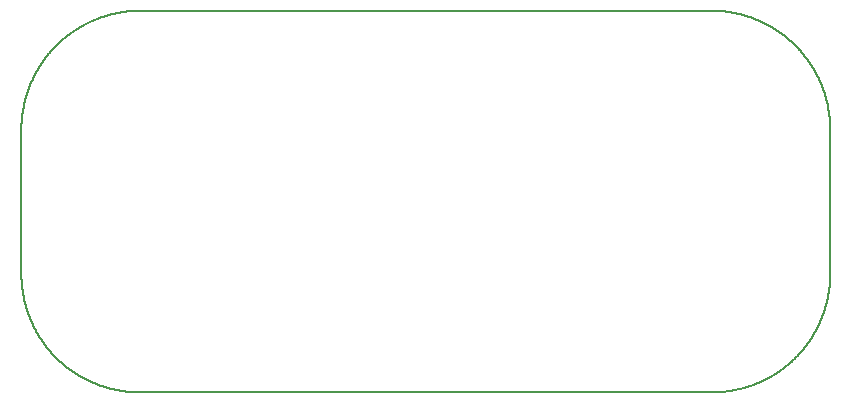
<source format=gm1>
G04 MADE WITH FRITZING*
G04 WWW.FRITZING.ORG*
G04 DOUBLE SIDED*
G04 HOLES PLATED*
G04 CONTOUR ON CENTER OF CONTOUR VECTOR*
%ASAXBY*%
%FSLAX23Y23*%
%MOIN*%
%OFA0B0*%
%SFA1.0B1.0*%
%ADD10C,0.008*%
%LNCONTOUR*%
G90*
G70*
G54D10*
X374Y1273D02*
X375Y1273D01*
X376Y1273D01*
X377Y1273D01*
X378Y1273D01*
X379Y1273D01*
X380Y1273D01*
X381Y1273D01*
X382Y1273D01*
X383Y1273D01*
X384Y1273D01*
X385Y1273D01*
X386Y1273D01*
X387Y1273D01*
X388Y1273D01*
X389Y1273D01*
X390Y1273D01*
X391Y1273D01*
X392Y1273D01*
X393Y1273D01*
X394Y1273D01*
X395Y1273D01*
X396Y1273D01*
X397Y1273D01*
X398Y1273D01*
X399Y1273D01*
X400Y1273D01*
X401Y1273D01*
X402Y1273D01*
X403Y1273D01*
X404Y1273D01*
X405Y1273D01*
X406Y1273D01*
X407Y1273D01*
X408Y1273D01*
X409Y1273D01*
X410Y1273D01*
X411Y1273D01*
X412Y1273D01*
X413Y1273D01*
X414Y1273D01*
X415Y1273D01*
X416Y1273D01*
X417Y1273D01*
X418Y1273D01*
X419Y1273D01*
X420Y1273D01*
X421Y1273D01*
X422Y1273D01*
X423Y1273D01*
X424Y1273D01*
X425Y1273D01*
X426Y1273D01*
X427Y1273D01*
X428Y1273D01*
X429Y1273D01*
X430Y1273D01*
X431Y1273D01*
X432Y1273D01*
X433Y1273D01*
X434Y1273D01*
X435Y1273D01*
X436Y1273D01*
X437Y1273D01*
X438Y1273D01*
X439Y1273D01*
X440Y1273D01*
X441Y1273D01*
X442Y1273D01*
X443Y1273D01*
X444Y1273D01*
X445Y1273D01*
X446Y1273D01*
X447Y1273D01*
X448Y1273D01*
X449Y1273D01*
X450Y1273D01*
X451Y1273D01*
X452Y1273D01*
X453Y1273D01*
X454Y1273D01*
X455Y1273D01*
X456Y1273D01*
X457Y1273D01*
X458Y1273D01*
X459Y1273D01*
X460Y1273D01*
X461Y1273D01*
X462Y1273D01*
X463Y1273D01*
X464Y1273D01*
X465Y1273D01*
X466Y1273D01*
X467Y1273D01*
X468Y1273D01*
X469Y1273D01*
X470Y1273D01*
X471Y1273D01*
X472Y1273D01*
X473Y1273D01*
X474Y1273D01*
X475Y1273D01*
X476Y1273D01*
X477Y1273D01*
X478Y1273D01*
X479Y1273D01*
X480Y1273D01*
X481Y1273D01*
X482Y1273D01*
X483Y1273D01*
X484Y1273D01*
X485Y1273D01*
X486Y1273D01*
X487Y1273D01*
X488Y1273D01*
X489Y1273D01*
X490Y1273D01*
X491Y1273D01*
X492Y1273D01*
X493Y1273D01*
X494Y1273D01*
X495Y1273D01*
X496Y1273D01*
X497Y1273D01*
X498Y1273D01*
X499Y1273D01*
X500Y1273D01*
X501Y1273D01*
X502Y1273D01*
X503Y1273D01*
X504Y1273D01*
X505Y1273D01*
X506Y1273D01*
X507Y1273D01*
X508Y1273D01*
X509Y1273D01*
X510Y1273D01*
X511Y1273D01*
X512Y1273D01*
X513Y1273D01*
X514Y1273D01*
X515Y1273D01*
X516Y1273D01*
X517Y1273D01*
X518Y1273D01*
X519Y1273D01*
X520Y1273D01*
X521Y1273D01*
X522Y1273D01*
X523Y1273D01*
X524Y1273D01*
X525Y1273D01*
X526Y1273D01*
X527Y1273D01*
X528Y1273D01*
X529Y1273D01*
X530Y1273D01*
X531Y1273D01*
X532Y1273D01*
X533Y1273D01*
X534Y1273D01*
X535Y1273D01*
X536Y1273D01*
X537Y1273D01*
X538Y1273D01*
X539Y1273D01*
X540Y1273D01*
X541Y1273D01*
X542Y1273D01*
X543Y1273D01*
X544Y1273D01*
X545Y1273D01*
X546Y1273D01*
X547Y1273D01*
X548Y1273D01*
X549Y1273D01*
X550Y1273D01*
X551Y1273D01*
X552Y1273D01*
X553Y1273D01*
X554Y1273D01*
X555Y1273D01*
X556Y1273D01*
X557Y1273D01*
X558Y1273D01*
X559Y1273D01*
X560Y1273D01*
X561Y1273D01*
X562Y1273D01*
X563Y1273D01*
X564Y1273D01*
X565Y1273D01*
X566Y1273D01*
X567Y1273D01*
X568Y1273D01*
X569Y1273D01*
X570Y1273D01*
X571Y1273D01*
X572Y1273D01*
X573Y1273D01*
X574Y1273D01*
X575Y1273D01*
X576Y1273D01*
X577Y1273D01*
X578Y1273D01*
X579Y1273D01*
X580Y1273D01*
X581Y1273D01*
X582Y1273D01*
X583Y1273D01*
X584Y1273D01*
X585Y1273D01*
X586Y1273D01*
X587Y1273D01*
X588Y1273D01*
X589Y1273D01*
X590Y1273D01*
X591Y1273D01*
X592Y1273D01*
X593Y1273D01*
X594Y1273D01*
X595Y1273D01*
X596Y1273D01*
X597Y1273D01*
X598Y1273D01*
X599Y1273D01*
X600Y1273D01*
X601Y1273D01*
X602Y1273D01*
X603Y1273D01*
X604Y1273D01*
X605Y1273D01*
X606Y1273D01*
X607Y1273D01*
X608Y1273D01*
X609Y1273D01*
X610Y1273D01*
X611Y1273D01*
X612Y1273D01*
X613Y1273D01*
X614Y1273D01*
X615Y1273D01*
X616Y1273D01*
X617Y1273D01*
X618Y1273D01*
X619Y1273D01*
X620Y1273D01*
X621Y1273D01*
X622Y1273D01*
X623Y1273D01*
X624Y1273D01*
X625Y1273D01*
X626Y1273D01*
X627Y1273D01*
X628Y1273D01*
X629Y1273D01*
X630Y1273D01*
X631Y1273D01*
X632Y1273D01*
X633Y1273D01*
X634Y1273D01*
X635Y1273D01*
X636Y1273D01*
X637Y1273D01*
X638Y1273D01*
X639Y1273D01*
X640Y1273D01*
X641Y1273D01*
X642Y1273D01*
X643Y1273D01*
X644Y1273D01*
X645Y1273D01*
X646Y1273D01*
X647Y1273D01*
X648Y1273D01*
X649Y1273D01*
X650Y1273D01*
X651Y1273D01*
X652Y1273D01*
X653Y1273D01*
X654Y1273D01*
X655Y1273D01*
X656Y1273D01*
X657Y1273D01*
X658Y1273D01*
X659Y1273D01*
X660Y1273D01*
X661Y1273D01*
X662Y1273D01*
X663Y1273D01*
X664Y1273D01*
X665Y1273D01*
X666Y1273D01*
X667Y1273D01*
X668Y1273D01*
X669Y1273D01*
X670Y1273D01*
X671Y1273D01*
X672Y1273D01*
X673Y1273D01*
X674Y1273D01*
X675Y1273D01*
X676Y1273D01*
X677Y1273D01*
X678Y1273D01*
X679Y1273D01*
X680Y1273D01*
X681Y1273D01*
X682Y1273D01*
X683Y1273D01*
X684Y1273D01*
X685Y1273D01*
X686Y1273D01*
X687Y1273D01*
X688Y1273D01*
X689Y1273D01*
X690Y1273D01*
X691Y1273D01*
X692Y1273D01*
X693Y1273D01*
X694Y1273D01*
X695Y1273D01*
X696Y1273D01*
X697Y1273D01*
X698Y1273D01*
X699Y1273D01*
X700Y1273D01*
X701Y1273D01*
X702Y1273D01*
X703Y1273D01*
X704Y1273D01*
X705Y1273D01*
X706Y1273D01*
X707Y1273D01*
X708Y1273D01*
X709Y1273D01*
X710Y1273D01*
X711Y1273D01*
X712Y1273D01*
X713Y1273D01*
X714Y1273D01*
X715Y1273D01*
X716Y1273D01*
X717Y1273D01*
X718Y1273D01*
X719Y1273D01*
X720Y1273D01*
X721Y1273D01*
X722Y1273D01*
X723Y1273D01*
X724Y1273D01*
X725Y1273D01*
X726Y1273D01*
X727Y1273D01*
X728Y1273D01*
X729Y1273D01*
X730Y1273D01*
X731Y1273D01*
X732Y1273D01*
X733Y1273D01*
X734Y1273D01*
X735Y1273D01*
X736Y1273D01*
X737Y1273D01*
X738Y1273D01*
X739Y1273D01*
X740Y1273D01*
X741Y1273D01*
X742Y1273D01*
X743Y1273D01*
X744Y1273D01*
X745Y1273D01*
X746Y1273D01*
X747Y1273D01*
X748Y1273D01*
X749Y1273D01*
X750Y1273D01*
X751Y1273D01*
X752Y1273D01*
X753Y1273D01*
X754Y1273D01*
X755Y1273D01*
X756Y1273D01*
X757Y1273D01*
X758Y1273D01*
X759Y1273D01*
X760Y1273D01*
X761Y1273D01*
X762Y1273D01*
X763Y1273D01*
X764Y1273D01*
X765Y1273D01*
X766Y1273D01*
X767Y1273D01*
X768Y1273D01*
X769Y1273D01*
X770Y1273D01*
X771Y1273D01*
X772Y1273D01*
X773Y1273D01*
X774Y1273D01*
X775Y1273D01*
X776Y1273D01*
X777Y1273D01*
X778Y1273D01*
X779Y1273D01*
X780Y1273D01*
X781Y1273D01*
X782Y1273D01*
X783Y1273D01*
X784Y1273D01*
X785Y1273D01*
X786Y1273D01*
X787Y1273D01*
X788Y1273D01*
X789Y1273D01*
X790Y1273D01*
X791Y1273D01*
X792Y1273D01*
X793Y1273D01*
X794Y1273D01*
X795Y1273D01*
X796Y1273D01*
X797Y1273D01*
X798Y1273D01*
X799Y1273D01*
X800Y1273D01*
X801Y1273D01*
X802Y1273D01*
X803Y1273D01*
X804Y1273D01*
X805Y1273D01*
X806Y1273D01*
X807Y1273D01*
X808Y1273D01*
X809Y1273D01*
X810Y1273D01*
X811Y1273D01*
X812Y1273D01*
X813Y1273D01*
X814Y1273D01*
X815Y1273D01*
X816Y1273D01*
X817Y1273D01*
X818Y1273D01*
X819Y1273D01*
X820Y1273D01*
X821Y1273D01*
X822Y1273D01*
X823Y1273D01*
X824Y1273D01*
X825Y1273D01*
X826Y1273D01*
X827Y1273D01*
X828Y1273D01*
X829Y1273D01*
X830Y1273D01*
X831Y1273D01*
X832Y1273D01*
X833Y1273D01*
X834Y1273D01*
X835Y1273D01*
X836Y1273D01*
X837Y1273D01*
X838Y1273D01*
X839Y1273D01*
X840Y1273D01*
X841Y1273D01*
X842Y1273D01*
X843Y1273D01*
X844Y1273D01*
X845Y1273D01*
X846Y1273D01*
X847Y1273D01*
X848Y1273D01*
X849Y1273D01*
X850Y1273D01*
X851Y1273D01*
X852Y1273D01*
X853Y1273D01*
X854Y1273D01*
X855Y1273D01*
X856Y1273D01*
X857Y1273D01*
X858Y1273D01*
X859Y1273D01*
X860Y1273D01*
X861Y1273D01*
X862Y1273D01*
X863Y1273D01*
X864Y1273D01*
X865Y1273D01*
X866Y1273D01*
X867Y1273D01*
X868Y1273D01*
X869Y1273D01*
X870Y1273D01*
X871Y1273D01*
X872Y1273D01*
X873Y1273D01*
X874Y1273D01*
X875Y1273D01*
X876Y1273D01*
X877Y1273D01*
X878Y1273D01*
X879Y1273D01*
X880Y1273D01*
X881Y1273D01*
X882Y1273D01*
X883Y1273D01*
X884Y1273D01*
X885Y1273D01*
X886Y1273D01*
X887Y1273D01*
X888Y1273D01*
X889Y1273D01*
X890Y1273D01*
X891Y1273D01*
X892Y1273D01*
X893Y1273D01*
X894Y1273D01*
X895Y1273D01*
X896Y1273D01*
X897Y1273D01*
X898Y1273D01*
X899Y1273D01*
X900Y1273D01*
X901Y1273D01*
X902Y1273D01*
X903Y1273D01*
X904Y1273D01*
X905Y1273D01*
X906Y1273D01*
X907Y1273D01*
X908Y1273D01*
X909Y1273D01*
X910Y1273D01*
X911Y1273D01*
X912Y1273D01*
X913Y1273D01*
X914Y1273D01*
X915Y1273D01*
X916Y1273D01*
X917Y1273D01*
X918Y1273D01*
X919Y1273D01*
X920Y1273D01*
X921Y1273D01*
X922Y1273D01*
X923Y1273D01*
X924Y1273D01*
X925Y1273D01*
X926Y1273D01*
X927Y1273D01*
X928Y1273D01*
X929Y1273D01*
X930Y1273D01*
X931Y1273D01*
X932Y1273D01*
X933Y1273D01*
X934Y1273D01*
X935Y1273D01*
X936Y1273D01*
X937Y1273D01*
X938Y1273D01*
X939Y1273D01*
X940Y1273D01*
X941Y1273D01*
X942Y1273D01*
X943Y1273D01*
X944Y1273D01*
X945Y1273D01*
X946Y1273D01*
X947Y1273D01*
X948Y1273D01*
X949Y1273D01*
X950Y1273D01*
X951Y1273D01*
X952Y1273D01*
X953Y1273D01*
X954Y1273D01*
X955Y1273D01*
X956Y1273D01*
X957Y1273D01*
X958Y1273D01*
X959Y1273D01*
X960Y1273D01*
X961Y1273D01*
X962Y1273D01*
X963Y1273D01*
X964Y1273D01*
X965Y1273D01*
X966Y1273D01*
X967Y1273D01*
X968Y1273D01*
X969Y1273D01*
X970Y1273D01*
X971Y1273D01*
X972Y1273D01*
X973Y1273D01*
X974Y1273D01*
X975Y1273D01*
X976Y1273D01*
X977Y1273D01*
X978Y1273D01*
X979Y1273D01*
X980Y1273D01*
X981Y1273D01*
X982Y1273D01*
X983Y1273D01*
X984Y1273D01*
X985Y1273D01*
X986Y1273D01*
X987Y1273D01*
X988Y1273D01*
X989Y1273D01*
X990Y1273D01*
X991Y1273D01*
X992Y1273D01*
X993Y1273D01*
X994Y1273D01*
X995Y1273D01*
X996Y1273D01*
X997Y1273D01*
X998Y1273D01*
X999Y1273D01*
X1000Y1273D01*
X1001Y1273D01*
X1002Y1273D01*
X1003Y1273D01*
X1004Y1273D01*
X1005Y1273D01*
X1006Y1273D01*
X1007Y1273D01*
X1008Y1273D01*
X1009Y1273D01*
X1010Y1273D01*
X1011Y1273D01*
X1012Y1273D01*
X1013Y1273D01*
X1014Y1273D01*
X1015Y1273D01*
X1016Y1273D01*
X1017Y1273D01*
X1018Y1273D01*
X1019Y1273D01*
X1020Y1273D01*
X1021Y1273D01*
X1022Y1273D01*
X1023Y1273D01*
X1024Y1273D01*
X1025Y1273D01*
X1026Y1273D01*
X1027Y1273D01*
X1028Y1273D01*
X1029Y1273D01*
X1030Y1273D01*
X1031Y1273D01*
X1032Y1273D01*
X1033Y1273D01*
X1034Y1273D01*
X1035Y1273D01*
X1036Y1273D01*
X1037Y1273D01*
X1038Y1273D01*
X1039Y1273D01*
X1040Y1273D01*
X1041Y1273D01*
X1042Y1273D01*
X1043Y1273D01*
X1044Y1273D01*
X1045Y1273D01*
X1046Y1273D01*
X1047Y1273D01*
X1048Y1273D01*
X1049Y1273D01*
X1050Y1273D01*
X1051Y1273D01*
X1052Y1273D01*
X1053Y1273D01*
X1054Y1273D01*
X1055Y1273D01*
X1056Y1273D01*
X1057Y1273D01*
X1058Y1273D01*
X1059Y1273D01*
X1060Y1273D01*
X1061Y1273D01*
X1062Y1273D01*
X1063Y1273D01*
X1064Y1273D01*
X1065Y1273D01*
X1066Y1273D01*
X1067Y1273D01*
X1068Y1273D01*
X1069Y1273D01*
X1070Y1273D01*
X1071Y1273D01*
X1072Y1273D01*
X1073Y1273D01*
X1074Y1273D01*
X1075Y1273D01*
X1076Y1273D01*
X1077Y1273D01*
X1078Y1273D01*
X1079Y1273D01*
X1080Y1273D01*
X1081Y1273D01*
X1082Y1273D01*
X1083Y1273D01*
X1084Y1273D01*
X1085Y1273D01*
X1086Y1273D01*
X1087Y1273D01*
X1088Y1273D01*
X1089Y1273D01*
X1090Y1273D01*
X1091Y1273D01*
X1092Y1273D01*
X1093Y1273D01*
X1094Y1273D01*
X1095Y1273D01*
X1096Y1273D01*
X1097Y1273D01*
X1098Y1273D01*
X1099Y1273D01*
X1100Y1273D01*
X1101Y1273D01*
X1102Y1273D01*
X1103Y1273D01*
X1104Y1273D01*
X1105Y1273D01*
X1106Y1273D01*
X1107Y1273D01*
X1108Y1273D01*
X1109Y1273D01*
X1110Y1273D01*
X1111Y1273D01*
X1112Y1273D01*
X1113Y1273D01*
X1114Y1273D01*
X1115Y1273D01*
X1116Y1273D01*
X1117Y1273D01*
X1118Y1273D01*
X1119Y1273D01*
X1120Y1273D01*
X1121Y1273D01*
X1122Y1273D01*
X1123Y1273D01*
X1124Y1273D01*
X1125Y1273D01*
X1126Y1273D01*
X1127Y1273D01*
X1128Y1273D01*
X1129Y1273D01*
X1130Y1273D01*
X1131Y1273D01*
X1132Y1273D01*
X1133Y1273D01*
X1134Y1273D01*
X1135Y1273D01*
X1136Y1273D01*
X1137Y1273D01*
X1138Y1273D01*
X1139Y1273D01*
X1140Y1273D01*
X1141Y1273D01*
X1142Y1273D01*
X1143Y1273D01*
X1144Y1273D01*
X1145Y1273D01*
X1146Y1273D01*
X1147Y1273D01*
X1148Y1273D01*
X1149Y1273D01*
X1150Y1273D01*
X1151Y1273D01*
X1152Y1273D01*
X1153Y1273D01*
X1154Y1273D01*
X1155Y1273D01*
X1156Y1273D01*
X1157Y1273D01*
X1158Y1273D01*
X1159Y1273D01*
X1160Y1273D01*
X1161Y1273D01*
X1162Y1273D01*
X1163Y1273D01*
X1164Y1273D01*
X1165Y1273D01*
X1166Y1273D01*
X1167Y1273D01*
X1168Y1273D01*
X1169Y1273D01*
X1170Y1273D01*
X1171Y1273D01*
X1172Y1273D01*
X1173Y1273D01*
X1174Y1273D01*
X1175Y1273D01*
X1176Y1273D01*
X1177Y1273D01*
X1178Y1273D01*
X1179Y1273D01*
X1180Y1273D01*
X1181Y1273D01*
X1182Y1273D01*
X1183Y1273D01*
X1184Y1273D01*
X1185Y1273D01*
X1186Y1273D01*
X1187Y1273D01*
X1188Y1273D01*
X1189Y1273D01*
X1190Y1273D01*
X1191Y1273D01*
X1192Y1273D01*
X1193Y1273D01*
X1194Y1273D01*
X1195Y1273D01*
X1196Y1273D01*
X1197Y1273D01*
X1198Y1273D01*
X1199Y1273D01*
X1200Y1273D01*
X1201Y1273D01*
X1202Y1273D01*
X1203Y1273D01*
X1204Y1273D01*
X1205Y1273D01*
X1206Y1273D01*
X1207Y1273D01*
X1208Y1273D01*
X1209Y1273D01*
X1210Y1273D01*
X1211Y1273D01*
X1212Y1273D01*
X1213Y1273D01*
X1214Y1273D01*
X1215Y1273D01*
X1216Y1273D01*
X1217Y1273D01*
X1218Y1273D01*
X1219Y1273D01*
X1220Y1273D01*
X1221Y1273D01*
X1222Y1273D01*
X1223Y1273D01*
X1224Y1273D01*
X1225Y1273D01*
X1226Y1273D01*
X1227Y1273D01*
X1228Y1273D01*
X1229Y1273D01*
X1230Y1273D01*
X1231Y1273D01*
X1232Y1273D01*
X1233Y1273D01*
X1234Y1273D01*
X1235Y1273D01*
X1236Y1273D01*
X1237Y1273D01*
X1238Y1273D01*
X1239Y1273D01*
X1240Y1273D01*
X1241Y1273D01*
X1242Y1273D01*
X1243Y1273D01*
X1244Y1273D01*
X1245Y1273D01*
X1246Y1273D01*
X1247Y1273D01*
X1248Y1273D01*
X1249Y1273D01*
X1250Y1273D01*
X1251Y1273D01*
X1252Y1273D01*
X1253Y1273D01*
X1254Y1273D01*
X1255Y1273D01*
X1256Y1273D01*
X1257Y1273D01*
X1258Y1273D01*
X1259Y1273D01*
X1260Y1273D01*
X1261Y1273D01*
X1262Y1273D01*
X1263Y1273D01*
X1264Y1273D01*
X1265Y1273D01*
X1266Y1273D01*
X1267Y1273D01*
X1268Y1273D01*
X1269Y1273D01*
X1270Y1273D01*
X1271Y1273D01*
X1272Y1273D01*
X1273Y1273D01*
X1274Y1273D01*
X1275Y1273D01*
X1276Y1273D01*
X1277Y1273D01*
X1278Y1273D01*
X1279Y1273D01*
X1280Y1273D01*
X1281Y1273D01*
X1282Y1273D01*
X1283Y1273D01*
X1284Y1273D01*
X1285Y1273D01*
X1286Y1273D01*
X1287Y1273D01*
X1288Y1273D01*
X1289Y1273D01*
X1290Y1273D01*
X1291Y1273D01*
X1292Y1273D01*
X1293Y1273D01*
X1294Y1273D01*
X1295Y1273D01*
X1296Y1273D01*
X1297Y1273D01*
X1298Y1273D01*
X1299Y1273D01*
X1300Y1273D01*
X1301Y1273D01*
X1302Y1273D01*
X1303Y1273D01*
X1304Y1273D01*
X1305Y1273D01*
X1306Y1273D01*
X1307Y1273D01*
X1308Y1273D01*
X1309Y1273D01*
X1310Y1273D01*
X1311Y1273D01*
X1312Y1273D01*
X1313Y1273D01*
X1314Y1273D01*
X1315Y1273D01*
X1316Y1273D01*
X1317Y1273D01*
X1318Y1273D01*
X1319Y1273D01*
X1320Y1273D01*
X1321Y1273D01*
X1322Y1273D01*
X1323Y1273D01*
X1324Y1273D01*
X1325Y1273D01*
X1326Y1273D01*
X1327Y1273D01*
X1328Y1273D01*
X1329Y1273D01*
X1330Y1273D01*
X1331Y1273D01*
X1332Y1273D01*
X1333Y1273D01*
X1334Y1273D01*
X1335Y1273D01*
X1336Y1273D01*
X1337Y1273D01*
X1338Y1273D01*
X1339Y1273D01*
X1340Y1273D01*
X1341Y1273D01*
X1342Y1273D01*
X1343Y1273D01*
X1344Y1273D01*
X1345Y1273D01*
X1346Y1273D01*
X1347Y1273D01*
X1348Y1273D01*
X1349Y1273D01*
X1350Y1273D01*
X1351Y1273D01*
X1352Y1273D01*
X1353Y1273D01*
X1354Y1273D01*
X1355Y1273D01*
X1356Y1273D01*
X1357Y1273D01*
X1358Y1273D01*
X1359Y1273D01*
X1360Y1273D01*
X1361Y1273D01*
X1362Y1273D01*
X1363Y1273D01*
X1364Y1273D01*
X1365Y1273D01*
X1366Y1273D01*
X1367Y1273D01*
X1368Y1273D01*
X1369Y1273D01*
X1370Y1273D01*
X1371Y1273D01*
X1372Y1273D01*
X1373Y1273D01*
X1374Y1273D01*
X1375Y1273D01*
X1376Y1273D01*
X1377Y1273D01*
X1378Y1273D01*
X1379Y1273D01*
X1380Y1273D01*
X1381Y1273D01*
X1382Y1273D01*
X1383Y1273D01*
X1384Y1273D01*
X1385Y1273D01*
X1386Y1273D01*
X1387Y1273D01*
X1388Y1273D01*
X1389Y1273D01*
X1390Y1273D01*
X1391Y1273D01*
X1392Y1273D01*
X1393Y1273D01*
X1394Y1273D01*
X1395Y1273D01*
X1396Y1273D01*
X1397Y1273D01*
X1398Y1273D01*
X1399Y1273D01*
X1400Y1273D01*
X1401Y1273D01*
X1402Y1273D01*
X1403Y1273D01*
X1404Y1273D01*
X1405Y1273D01*
X1406Y1273D01*
X1407Y1273D01*
X1408Y1273D01*
X1409Y1273D01*
X1410Y1273D01*
X1411Y1273D01*
X1412Y1273D01*
X1413Y1273D01*
X1414Y1273D01*
X1415Y1273D01*
X1416Y1273D01*
X1417Y1273D01*
X1418Y1273D01*
X1419Y1273D01*
X1420Y1273D01*
X1421Y1273D01*
X1422Y1273D01*
X1423Y1273D01*
X1424Y1273D01*
X1425Y1273D01*
X1426Y1273D01*
X1427Y1273D01*
X1428Y1273D01*
X1429Y1273D01*
X1430Y1273D01*
X1431Y1273D01*
X1432Y1273D01*
X1433Y1273D01*
X1434Y1273D01*
X1435Y1273D01*
X1436Y1273D01*
X1437Y1273D01*
X1438Y1273D01*
X1439Y1273D01*
X1440Y1273D01*
X1441Y1273D01*
X1442Y1273D01*
X1443Y1273D01*
X1444Y1273D01*
X1445Y1273D01*
X1446Y1273D01*
X1447Y1273D01*
X1448Y1273D01*
X1449Y1273D01*
X1450Y1273D01*
X1451Y1273D01*
X1452Y1273D01*
X1453Y1273D01*
X1454Y1273D01*
X1455Y1273D01*
X1456Y1273D01*
X1457Y1273D01*
X1458Y1273D01*
X1459Y1273D01*
X1460Y1273D01*
X1461Y1273D01*
X1462Y1273D01*
X1463Y1273D01*
X1464Y1273D01*
X1465Y1273D01*
X1466Y1273D01*
X1467Y1273D01*
X1468Y1273D01*
X1469Y1273D01*
X1470Y1273D01*
X1471Y1273D01*
X1472Y1273D01*
X1473Y1273D01*
X1474Y1273D01*
X1475Y1273D01*
X1476Y1273D01*
X1477Y1273D01*
X1478Y1273D01*
X1479Y1273D01*
X1480Y1273D01*
X1481Y1273D01*
X1482Y1273D01*
X1483Y1273D01*
X1484Y1273D01*
X1485Y1273D01*
X1486Y1273D01*
X1487Y1273D01*
X1488Y1273D01*
X1489Y1273D01*
X1490Y1273D01*
X1491Y1273D01*
X1492Y1273D01*
X1493Y1273D01*
X1494Y1273D01*
X1495Y1273D01*
X1496Y1273D01*
X1497Y1273D01*
X1498Y1273D01*
X1499Y1273D01*
X1500Y1273D01*
X1501Y1273D01*
X1502Y1273D01*
X1503Y1273D01*
X1504Y1273D01*
X1505Y1273D01*
X1506Y1273D01*
X1507Y1273D01*
X1508Y1273D01*
X1509Y1273D01*
X1510Y1273D01*
X1511Y1273D01*
X1512Y1273D01*
X1513Y1273D01*
X1514Y1273D01*
X1515Y1273D01*
X1516Y1273D01*
X1517Y1273D01*
X1518Y1273D01*
X1519Y1273D01*
X1520Y1273D01*
X1521Y1273D01*
X1522Y1273D01*
X1523Y1273D01*
X1524Y1273D01*
X1525Y1273D01*
X1526Y1273D01*
X1527Y1273D01*
X1528Y1273D01*
X1529Y1273D01*
X1530Y1273D01*
X1531Y1273D01*
X1532Y1273D01*
X1533Y1273D01*
X1534Y1273D01*
X1535Y1273D01*
X1536Y1273D01*
X1537Y1273D01*
X1538Y1273D01*
X1539Y1273D01*
X1540Y1273D01*
X1541Y1273D01*
X1542Y1273D01*
X1543Y1273D01*
X1544Y1273D01*
X1545Y1273D01*
X1546Y1273D01*
X1547Y1273D01*
X1548Y1273D01*
X1549Y1273D01*
X1550Y1273D01*
X1551Y1273D01*
X1552Y1273D01*
X1553Y1273D01*
X1554Y1273D01*
X1555Y1273D01*
X1556Y1273D01*
X1557Y1273D01*
X1558Y1273D01*
X1559Y1273D01*
X1560Y1273D01*
X1561Y1273D01*
X1562Y1273D01*
X1563Y1273D01*
X1564Y1273D01*
X1565Y1273D01*
X1566Y1273D01*
X1567Y1273D01*
X1568Y1273D01*
X1569Y1273D01*
X1570Y1273D01*
X1571Y1273D01*
X1572Y1273D01*
X1573Y1273D01*
X1574Y1273D01*
X1575Y1273D01*
X1576Y1273D01*
X1577Y1273D01*
X1578Y1273D01*
X1579Y1273D01*
X1580Y1273D01*
X1581Y1273D01*
X1582Y1273D01*
X1583Y1273D01*
X1584Y1273D01*
X1585Y1273D01*
X1586Y1273D01*
X1587Y1273D01*
X1588Y1273D01*
X1589Y1273D01*
X1590Y1273D01*
X1591Y1273D01*
X1592Y1273D01*
X1593Y1273D01*
X1594Y1273D01*
X1595Y1273D01*
X1596Y1273D01*
X1597Y1273D01*
X1598Y1273D01*
X1599Y1273D01*
X1600Y1273D01*
X1601Y1273D01*
X1602Y1273D01*
X1603Y1273D01*
X1604Y1273D01*
X1605Y1273D01*
X1606Y1273D01*
X1607Y1273D01*
X1608Y1273D01*
X1609Y1273D01*
X1610Y1273D01*
X1611Y1273D01*
X1612Y1273D01*
X1613Y1273D01*
X1614Y1273D01*
X1615Y1273D01*
X1616Y1273D01*
X1617Y1273D01*
X1618Y1273D01*
X1619Y1273D01*
X1620Y1273D01*
X1621Y1273D01*
X1622Y1273D01*
X1623Y1273D01*
X1624Y1273D01*
X1625Y1273D01*
X1626Y1273D01*
X1627Y1273D01*
X1628Y1273D01*
X1629Y1273D01*
X1630Y1273D01*
X1631Y1273D01*
X1632Y1273D01*
X1633Y1273D01*
X1634Y1273D01*
X1635Y1273D01*
X1636Y1273D01*
X1637Y1273D01*
X1638Y1273D01*
X1639Y1273D01*
X1640Y1273D01*
X1641Y1273D01*
X1642Y1273D01*
X1643Y1273D01*
X1644Y1273D01*
X1645Y1273D01*
X1646Y1273D01*
X1647Y1273D01*
X1648Y1273D01*
X1649Y1273D01*
X1650Y1273D01*
X1651Y1273D01*
X1652Y1273D01*
X1653Y1273D01*
X1654Y1273D01*
X1655Y1273D01*
X1656Y1273D01*
X1657Y1273D01*
X1658Y1273D01*
X1659Y1273D01*
X1660Y1273D01*
X1661Y1273D01*
X1662Y1273D01*
X1663Y1273D01*
X1664Y1273D01*
X1665Y1273D01*
X1666Y1273D01*
X1667Y1273D01*
X1668Y1273D01*
X1669Y1273D01*
X1670Y1273D01*
X1671Y1273D01*
X1672Y1273D01*
X1673Y1273D01*
X1674Y1273D01*
X1675Y1273D01*
X1676Y1273D01*
X1677Y1273D01*
X1678Y1273D01*
X1679Y1273D01*
X1680Y1273D01*
X1681Y1273D01*
X1682Y1273D01*
X1683Y1273D01*
X1684Y1273D01*
X1685Y1273D01*
X1686Y1273D01*
X1687Y1273D01*
X1688Y1273D01*
X1689Y1273D01*
X1690Y1273D01*
X1691Y1273D01*
X1692Y1273D01*
X1693Y1273D01*
X1694Y1273D01*
X1695Y1273D01*
X1696Y1273D01*
X1697Y1273D01*
X1698Y1273D01*
X1699Y1273D01*
X1700Y1273D01*
X1701Y1273D01*
X1702Y1273D01*
X1703Y1273D01*
X1704Y1273D01*
X1705Y1273D01*
X1706Y1273D01*
X1707Y1273D01*
X1708Y1273D01*
X1709Y1273D01*
X1710Y1273D01*
X1711Y1273D01*
X1712Y1273D01*
X1713Y1273D01*
X1714Y1273D01*
X1715Y1273D01*
X1716Y1273D01*
X1717Y1273D01*
X1718Y1273D01*
X1719Y1273D01*
X1720Y1273D01*
X1721Y1273D01*
X1722Y1273D01*
X1723Y1273D01*
X1724Y1273D01*
X1725Y1273D01*
X1726Y1273D01*
X1727Y1273D01*
X1728Y1273D01*
X1729Y1273D01*
X1730Y1273D01*
X1731Y1273D01*
X1732Y1273D01*
X1733Y1273D01*
X1734Y1273D01*
X1735Y1273D01*
X1736Y1273D01*
X1737Y1273D01*
X1738Y1273D01*
X1739Y1273D01*
X1740Y1273D01*
X1741Y1273D01*
X1742Y1273D01*
X1743Y1273D01*
X1744Y1273D01*
X1745Y1273D01*
X1746Y1273D01*
X1747Y1273D01*
X1748Y1273D01*
X1749Y1273D01*
X1750Y1273D01*
X1751Y1273D01*
X1752Y1273D01*
X1753Y1273D01*
X1754Y1273D01*
X1755Y1273D01*
X1756Y1273D01*
X1757Y1273D01*
X1758Y1273D01*
X1759Y1273D01*
X1760Y1273D01*
X1761Y1273D01*
X1762Y1273D01*
X1763Y1273D01*
X1764Y1273D01*
X1765Y1273D01*
X1766Y1273D01*
X1767Y1273D01*
X1768Y1273D01*
X1769Y1273D01*
X1770Y1273D01*
X1771Y1273D01*
X1772Y1273D01*
X1773Y1273D01*
X1774Y1273D01*
X1775Y1273D01*
X1776Y1273D01*
X1777Y1273D01*
X1778Y1273D01*
X1779Y1273D01*
X1780Y1273D01*
X1781Y1273D01*
X1782Y1273D01*
X1783Y1273D01*
X1784Y1273D01*
X1785Y1273D01*
X1786Y1273D01*
X1787Y1273D01*
X1788Y1273D01*
X1789Y1273D01*
X1790Y1273D01*
X1791Y1273D01*
X1792Y1273D01*
X1793Y1273D01*
X1794Y1273D01*
X1795Y1273D01*
X1796Y1273D01*
X1797Y1273D01*
X1798Y1273D01*
X1799Y1273D01*
X1800Y1273D01*
X1801Y1273D01*
X1802Y1273D01*
X1803Y1273D01*
X1804Y1273D01*
X1805Y1273D01*
X1806Y1273D01*
X1807Y1273D01*
X1808Y1273D01*
X1809Y1273D01*
X1810Y1273D01*
X1811Y1273D01*
X1812Y1273D01*
X1813Y1273D01*
X1814Y1273D01*
X1815Y1273D01*
X1816Y1273D01*
X1817Y1273D01*
X1818Y1273D01*
X1819Y1273D01*
X1820Y1273D01*
X1821Y1273D01*
X1822Y1273D01*
X1823Y1273D01*
X1824Y1273D01*
X1825Y1273D01*
X1826Y1273D01*
X1827Y1273D01*
X1828Y1273D01*
X1829Y1273D01*
X1830Y1273D01*
X1831Y1273D01*
X1832Y1273D01*
X1833Y1273D01*
X1834Y1273D01*
X1835Y1273D01*
X1836Y1273D01*
X1837Y1273D01*
X1838Y1273D01*
X1839Y1273D01*
X1840Y1273D01*
X1841Y1273D01*
X1842Y1273D01*
X1843Y1273D01*
X1844Y1273D01*
X1845Y1273D01*
X1846Y1273D01*
X1847Y1273D01*
X1848Y1273D01*
X1849Y1273D01*
X1850Y1273D01*
X1851Y1273D01*
X1852Y1273D01*
X1853Y1273D01*
X1854Y1273D01*
X1855Y1273D01*
X1856Y1273D01*
X1857Y1273D01*
X1858Y1273D01*
X1859Y1273D01*
X1860Y1273D01*
X1861Y1273D01*
X1862Y1273D01*
X1863Y1273D01*
X1864Y1273D01*
X1865Y1273D01*
X1866Y1273D01*
X1867Y1273D01*
X1868Y1273D01*
X1869Y1273D01*
X1870Y1273D01*
X1871Y1273D01*
X1872Y1273D01*
X1873Y1273D01*
X1874Y1273D01*
X1875Y1273D01*
X1876Y1273D01*
X1877Y1273D01*
X1878Y1273D01*
X1879Y1273D01*
X1880Y1273D01*
X1881Y1273D01*
X1882Y1273D01*
X1883Y1273D01*
X1884Y1273D01*
X1885Y1273D01*
X1886Y1273D01*
X1887Y1273D01*
X1888Y1273D01*
X1889Y1273D01*
X1890Y1273D01*
X1891Y1273D01*
X1892Y1273D01*
X1893Y1273D01*
X1894Y1273D01*
X1895Y1273D01*
X1896Y1273D01*
X1897Y1273D01*
X1898Y1273D01*
X1899Y1273D01*
X1900Y1273D01*
X1901Y1273D01*
X1902Y1273D01*
X1903Y1273D01*
X1904Y1273D01*
X1905Y1273D01*
X1906Y1273D01*
X1907Y1273D01*
X1908Y1273D01*
X1909Y1273D01*
X1910Y1273D01*
X1911Y1273D01*
X1912Y1273D01*
X1913Y1273D01*
X1914Y1273D01*
X1915Y1273D01*
X1916Y1273D01*
X1917Y1273D01*
X1918Y1273D01*
X1919Y1273D01*
X1920Y1273D01*
X1921Y1273D01*
X1922Y1273D01*
X1923Y1273D01*
X1924Y1273D01*
X1925Y1273D01*
X1926Y1273D01*
X1927Y1273D01*
X1928Y1273D01*
X1929Y1273D01*
X1930Y1273D01*
X1931Y1273D01*
X1932Y1273D01*
X1933Y1273D01*
X1934Y1273D01*
X1935Y1273D01*
X1936Y1273D01*
X1937Y1273D01*
X1938Y1273D01*
X1939Y1273D01*
X1940Y1273D01*
X1941Y1273D01*
X1942Y1273D01*
X1943Y1273D01*
X1944Y1273D01*
X1945Y1273D01*
X1946Y1273D01*
X1947Y1273D01*
X1948Y1273D01*
X1949Y1273D01*
X1950Y1273D01*
X1951Y1273D01*
X1952Y1273D01*
X1953Y1273D01*
X1954Y1273D01*
X1955Y1273D01*
X1956Y1273D01*
X1957Y1273D01*
X1958Y1273D01*
X1959Y1273D01*
X1960Y1273D01*
X1961Y1273D01*
X1962Y1273D01*
X1963Y1273D01*
X1964Y1273D01*
X1965Y1273D01*
X1966Y1273D01*
X1967Y1273D01*
X1968Y1273D01*
X1969Y1273D01*
X1970Y1273D01*
X1971Y1273D01*
X1972Y1273D01*
X1973Y1273D01*
X1974Y1273D01*
X1975Y1273D01*
X1976Y1273D01*
X1977Y1273D01*
X1978Y1273D01*
X1979Y1273D01*
X1980Y1273D01*
X1981Y1273D01*
X1982Y1273D01*
X1983Y1273D01*
X1984Y1273D01*
X1985Y1273D01*
X1986Y1273D01*
X1987Y1273D01*
X1988Y1273D01*
X1989Y1273D01*
X1990Y1273D01*
X1991Y1273D01*
X1992Y1273D01*
X1993Y1273D01*
X1994Y1273D01*
X1995Y1273D01*
X1996Y1273D01*
X1997Y1273D01*
X1998Y1273D01*
X1999Y1273D01*
X2000Y1273D01*
X2001Y1273D01*
X2002Y1273D01*
X2003Y1273D01*
X2004Y1273D01*
X2005Y1273D01*
X2006Y1273D01*
X2007Y1273D01*
X2008Y1273D01*
X2009Y1273D01*
X2010Y1273D01*
X2011Y1273D01*
X2012Y1273D01*
X2013Y1273D01*
X2014Y1273D01*
X2015Y1273D01*
X2016Y1273D01*
X2017Y1273D01*
X2018Y1273D01*
X2019Y1273D01*
X2020Y1273D01*
X2021Y1273D01*
X2022Y1273D01*
X2023Y1273D01*
X2024Y1273D01*
X2025Y1273D01*
X2026Y1273D01*
X2027Y1273D01*
X2028Y1273D01*
X2029Y1273D01*
X2030Y1273D01*
X2031Y1273D01*
X2032Y1273D01*
X2033Y1273D01*
X2034Y1273D01*
X2035Y1273D01*
X2036Y1273D01*
X2037Y1273D01*
X2038Y1273D01*
X2039Y1273D01*
X2040Y1273D01*
X2041Y1273D01*
X2042Y1273D01*
X2043Y1273D01*
X2044Y1273D01*
X2045Y1273D01*
X2046Y1273D01*
X2047Y1273D01*
X2048Y1273D01*
X2049Y1273D01*
X2050Y1273D01*
X2051Y1273D01*
X2052Y1273D01*
X2053Y1273D01*
X2054Y1273D01*
X2055Y1273D01*
X2056Y1273D01*
X2057Y1273D01*
X2058Y1273D01*
X2059Y1273D01*
X2060Y1273D01*
X2061Y1273D01*
X2062Y1273D01*
X2063Y1273D01*
X2064Y1273D01*
X2065Y1273D01*
X2066Y1273D01*
X2067Y1273D01*
X2068Y1273D01*
X2069Y1273D01*
X2070Y1273D01*
X2071Y1273D01*
X2072Y1273D01*
X2073Y1273D01*
X2074Y1273D01*
X2075Y1273D01*
X2076Y1273D01*
X2077Y1273D01*
X2078Y1273D01*
X2079Y1273D01*
X2080Y1273D01*
X2081Y1273D01*
X2082Y1273D01*
X2083Y1273D01*
X2084Y1273D01*
X2085Y1273D01*
X2086Y1273D01*
X2087Y1273D01*
X2088Y1273D01*
X2089Y1273D01*
X2090Y1273D01*
X2091Y1273D01*
X2092Y1273D01*
X2093Y1273D01*
X2094Y1273D01*
X2095Y1273D01*
X2096Y1273D01*
X2097Y1273D01*
X2098Y1273D01*
X2099Y1273D01*
X2100Y1273D01*
X2101Y1273D01*
X2102Y1273D01*
X2103Y1273D01*
X2104Y1273D01*
X2105Y1273D01*
X2106Y1273D01*
X2107Y1273D01*
X2108Y1273D01*
X2109Y1273D01*
X2110Y1273D01*
X2111Y1273D01*
X2112Y1273D01*
X2113Y1273D01*
X2114Y1273D01*
X2115Y1273D01*
X2116Y1273D01*
X2117Y1273D01*
X2118Y1273D01*
X2119Y1273D01*
X2120Y1273D01*
X2121Y1273D01*
X2122Y1273D01*
X2123Y1273D01*
X2124Y1273D01*
X2125Y1273D01*
X2126Y1273D01*
X2127Y1273D01*
X2128Y1273D01*
X2129Y1273D01*
X2130Y1273D01*
X2131Y1273D01*
X2132Y1273D01*
X2133Y1273D01*
X2134Y1273D01*
X2135Y1273D01*
X2136Y1273D01*
X2137Y1273D01*
X2138Y1273D01*
X2139Y1273D01*
X2140Y1273D01*
X2141Y1273D01*
X2142Y1273D01*
X2143Y1273D01*
X2144Y1273D01*
X2145Y1273D01*
X2146Y1273D01*
X2147Y1273D01*
X2148Y1273D01*
X2149Y1273D01*
X2150Y1273D01*
X2151Y1273D01*
X2152Y1273D01*
X2153Y1273D01*
X2154Y1273D01*
X2155Y1273D01*
X2156Y1273D01*
X2157Y1273D01*
X2158Y1273D01*
X2159Y1273D01*
X2160Y1273D01*
X2161Y1273D01*
X2162Y1273D01*
X2163Y1273D01*
X2164Y1273D01*
X2165Y1273D01*
X2166Y1273D01*
X2167Y1273D01*
X2168Y1273D01*
X2169Y1273D01*
X2170Y1273D01*
X2171Y1273D01*
X2172Y1273D01*
X2173Y1273D01*
X2174Y1273D01*
X2175Y1273D01*
X2176Y1273D01*
X2177Y1273D01*
X2178Y1273D01*
X2179Y1273D01*
X2180Y1273D01*
X2181Y1273D01*
X2182Y1273D01*
X2183Y1273D01*
X2184Y1273D01*
X2185Y1273D01*
X2186Y1273D01*
X2187Y1273D01*
X2188Y1273D01*
X2189Y1273D01*
X2190Y1273D01*
X2191Y1273D01*
X2192Y1273D01*
X2193Y1273D01*
X2194Y1273D01*
X2195Y1273D01*
X2196Y1273D01*
X2197Y1273D01*
X2198Y1273D01*
X2199Y1273D01*
X2200Y1273D01*
X2201Y1273D01*
X2202Y1273D01*
X2203Y1273D01*
X2204Y1273D01*
X2205Y1273D01*
X2206Y1273D01*
X2207Y1273D01*
X2208Y1273D01*
X2209Y1273D01*
X2210Y1273D01*
X2211Y1273D01*
X2212Y1273D01*
X2213Y1273D01*
X2214Y1273D01*
X2215Y1273D01*
X2216Y1273D01*
X2217Y1273D01*
X2218Y1273D01*
X2219Y1273D01*
X2220Y1273D01*
X2221Y1273D01*
X2222Y1273D01*
X2223Y1273D01*
X2224Y1273D01*
X2225Y1273D01*
X2226Y1273D01*
X2227Y1273D01*
X2228Y1273D01*
X2229Y1273D01*
X2230Y1273D01*
X2231Y1273D01*
X2232Y1273D01*
X2233Y1273D01*
X2234Y1273D01*
X2235Y1273D01*
X2236Y1273D01*
X2237Y1273D01*
X2238Y1273D01*
X2239Y1273D01*
X2240Y1273D01*
X2241Y1273D01*
X2242Y1273D01*
X2243Y1273D01*
X2244Y1273D01*
X2245Y1273D01*
X2246Y1273D01*
X2247Y1273D01*
X2248Y1273D01*
X2249Y1273D01*
X2250Y1273D01*
X2251Y1273D01*
X2252Y1273D01*
X2253Y1273D01*
X2254Y1273D01*
X2255Y1273D01*
X2256Y1273D01*
X2257Y1273D01*
X2258Y1273D01*
X2259Y1273D01*
X2260Y1273D01*
X2261Y1273D01*
X2262Y1273D01*
X2263Y1273D01*
X2264Y1273D01*
X2265Y1273D01*
X2266Y1273D01*
X2267Y1273D01*
X2268Y1273D01*
X2269Y1273D01*
X2270Y1273D01*
X2271Y1273D01*
X2272Y1273D01*
X2273Y1273D01*
X2274Y1273D01*
X2275Y1273D01*
X2276Y1273D01*
X2277Y1273D01*
X2278Y1273D01*
X2279Y1273D01*
X2280Y1273D01*
X2281Y1273D01*
X2282Y1273D01*
X2283Y1273D01*
X2284Y1273D01*
X2285Y1273D01*
X2286Y1273D01*
X2287Y1273D01*
X2288Y1273D01*
X2289Y1273D01*
X2290Y1273D01*
X2291Y1273D01*
X2292Y1273D01*
X2293Y1273D01*
X2294Y1273D01*
X2295Y1273D01*
X2296Y1273D01*
X2297Y1273D01*
X2298Y1273D01*
X2299Y1273D01*
X2300Y1273D01*
X2301Y1273D01*
X2302Y1273D01*
X2303Y1273D01*
X2304Y1273D01*
X2305Y1273D01*
X2306Y1273D01*
X2307Y1273D01*
X2308Y1273D01*
X2309Y1273D01*
X2310Y1273D01*
X2311Y1273D01*
X2312Y1273D01*
X2313Y1273D01*
X2314Y1273D01*
X2315Y1273D01*
X2316Y1273D01*
X2317Y1273D01*
X2318Y1273D01*
X2319Y1273D01*
X2320Y1273D01*
X2321Y1273D01*
X2322Y1273D01*
X2323Y1272D01*
X2324Y1272D01*
X2325Y1272D01*
X2326Y1272D01*
X2327Y1272D01*
X2328Y1272D01*
X2329Y1272D01*
X2330Y1272D01*
X2331Y1272D01*
X2332Y1272D01*
X2333Y1272D01*
X2334Y1272D01*
X2335Y1272D01*
X2336Y1272D01*
X2337Y1271D01*
X2338Y1271D01*
X2339Y1271D01*
X2340Y1271D01*
X2341Y1271D01*
X2342Y1271D01*
X2343Y1271D01*
X2344Y1271D01*
X2345Y1271D01*
X2346Y1271D01*
X2347Y1270D01*
X2348Y1270D01*
X2349Y1270D01*
X2350Y1270D01*
X2351Y1270D01*
X2352Y1270D01*
X2353Y1270D01*
X2354Y1270D01*
X2355Y1269D01*
X2356Y1269D01*
X2357Y1269D01*
X2358Y1269D01*
X2359Y1269D01*
X2360Y1269D01*
X2361Y1269D01*
X2362Y1268D01*
X2363Y1268D01*
X2364Y1268D01*
X2365Y1268D01*
X2366Y1268D01*
X2367Y1268D01*
X2368Y1268D01*
X2369Y1267D01*
X2370Y1267D01*
X2371Y1267D01*
X2372Y1267D01*
X2373Y1267D01*
X2374Y1266D01*
X2375Y1266D01*
X2376Y1266D01*
X2377Y1266D01*
X2378Y1266D01*
X2379Y1265D01*
X2380Y1265D01*
X2381Y1265D01*
X2382Y1265D01*
X2383Y1265D01*
X2384Y1264D01*
X2385Y1264D01*
X2386Y1264D01*
X2387Y1264D01*
X2388Y1264D01*
X2389Y1263D01*
X2390Y1263D01*
X2391Y1263D01*
X2392Y1263D01*
X2393Y1262D01*
X2394Y1262D01*
X2395Y1262D01*
X2396Y1262D01*
X2397Y1261D01*
X2398Y1261D01*
X2399Y1261D01*
X2400Y1261D01*
X2401Y1260D01*
X2402Y1260D01*
X2403Y1260D01*
X2404Y1260D01*
X2405Y1259D01*
X2406Y1259D01*
X2407Y1259D01*
X2408Y1259D01*
X2409Y1258D01*
X2410Y1258D01*
X2411Y1258D01*
X2412Y1257D01*
X2413Y1257D01*
X2414Y1257D01*
X2415Y1257D01*
X2416Y1256D01*
X2417Y1256D01*
X2418Y1256D01*
X2419Y1255D01*
X2420Y1255D01*
X2421Y1255D01*
X2422Y1254D01*
X2423Y1254D01*
X2424Y1254D01*
X2425Y1253D01*
X2426Y1253D01*
X2427Y1253D01*
X2428Y1252D01*
X2429Y1252D01*
X2430Y1252D01*
X2431Y1251D01*
X2432Y1251D01*
X2433Y1251D01*
X2434Y1250D01*
X2435Y1250D01*
X2436Y1250D01*
X2437Y1249D01*
X2438Y1249D01*
X2439Y1249D01*
X2440Y1248D01*
X2441Y1248D01*
X2442Y1247D01*
X2443Y1247D01*
X2444Y1247D01*
X2445Y1246D01*
X2446Y1246D01*
X2447Y1245D01*
X2448Y1245D01*
X2449Y1245D01*
X2450Y1244D01*
X2451Y1244D01*
X2452Y1243D01*
X2453Y1243D01*
X2454Y1243D01*
X2455Y1242D01*
X2456Y1242D01*
X2457Y1241D01*
X2458Y1241D01*
X2459Y1240D01*
X2460Y1240D01*
X2461Y1240D01*
X2462Y1239D01*
X2463Y1239D01*
X2464Y1238D01*
X2465Y1238D01*
X2466Y1237D01*
X2467Y1237D01*
X2468Y1236D01*
X2469Y1236D01*
X2470Y1235D01*
X2471Y1235D01*
X2472Y1235D01*
X2473Y1234D01*
X2474Y1234D01*
X2475Y1233D01*
X2476Y1233D01*
X2477Y1232D01*
X2478Y1232D01*
X2479Y1231D01*
X2480Y1230D01*
X2481Y1230D01*
X2482Y1229D01*
X2483Y1229D01*
X2484Y1228D01*
X2485Y1228D01*
X2486Y1227D01*
X2487Y1227D01*
X2488Y1226D01*
X2489Y1226D01*
X2490Y1225D01*
X2491Y1225D01*
X2492Y1224D01*
X2493Y1224D01*
X2494Y1223D01*
X2495Y1222D01*
X2496Y1222D01*
X2497Y1221D01*
X2498Y1221D01*
X2499Y1220D01*
X2500Y1220D01*
X2501Y1219D01*
X2502Y1218D01*
X2503Y1218D01*
X2504Y1217D01*
X2505Y1217D01*
X2506Y1216D01*
X2507Y1216D01*
X2508Y1215D01*
X2509Y1214D01*
X2510Y1214D01*
X2511Y1213D01*
X2512Y1212D01*
X2513Y1212D01*
X2514Y1211D01*
X2515Y1210D01*
X2516Y1210D01*
X2517Y1209D01*
X2518Y1208D01*
X2519Y1208D01*
X2520Y1207D01*
X2521Y1207D01*
X2522Y1206D01*
X2523Y1205D01*
X2524Y1205D01*
X2525Y1204D01*
X2526Y1203D01*
X2527Y1202D01*
X2528Y1202D01*
X2529Y1201D01*
X2530Y1200D01*
X2531Y1200D01*
X2532Y1199D01*
X2533Y1198D01*
X2534Y1197D01*
X2535Y1197D01*
X2536Y1196D01*
X2537Y1195D01*
X2538Y1195D01*
X2539Y1194D01*
X2540Y1193D01*
X2541Y1192D01*
X2542Y1191D01*
X2543Y1191D01*
X2544Y1190D01*
X2545Y1189D01*
X2546Y1188D01*
X2547Y1187D01*
X2548Y1187D01*
X2549Y1186D01*
X2550Y1185D01*
X2551Y1184D01*
X2552Y1183D01*
X2553Y1183D01*
X2554Y1182D01*
X2555Y1181D01*
X2556Y1180D01*
X2557Y1179D01*
X2558Y1178D01*
X2559Y1178D01*
X2560Y1177D01*
X2561Y1176D01*
X2562Y1175D01*
X2563Y1174D01*
X2564Y1173D01*
X2565Y1172D01*
X2566Y1171D01*
X2567Y1171D01*
X2568Y1170D01*
X2569Y1169D01*
X2570Y1168D01*
X2571Y1167D01*
X2572Y1166D01*
X2573Y1165D01*
X2574Y1164D01*
X2575Y1163D01*
X2576Y1162D01*
X2577Y1161D01*
X2578Y1160D01*
X2579Y1159D01*
X2580Y1158D01*
X2581Y1157D01*
X2582Y1156D01*
X2583Y1155D01*
X2584Y1154D01*
X2585Y1153D01*
X2586Y1152D01*
X2587Y1151D01*
X2588Y1150D01*
X2589Y1149D01*
X2590Y1148D01*
X2591Y1147D01*
X2592Y1146D01*
X2593Y1145D01*
X2593Y1144D01*
X2594Y1143D01*
X2595Y1142D01*
X2596Y1141D01*
X2597Y1140D01*
X2598Y1139D01*
X2599Y1138D01*
X2600Y1137D01*
X2600Y1136D01*
X2601Y1135D01*
X2602Y1134D01*
X2603Y1133D01*
X2604Y1132D01*
X2605Y1131D01*
X2606Y1130D01*
X2606Y1129D01*
X2607Y1128D01*
X2608Y1127D01*
X2609Y1126D01*
X2610Y1125D01*
X2610Y1124D01*
X2611Y1123D01*
X2612Y1122D01*
X2613Y1121D01*
X2613Y1120D01*
X2614Y1119D01*
X2615Y1118D01*
X2616Y1117D01*
X2617Y1116D01*
X2617Y1115D01*
X2618Y1114D01*
X2619Y1113D01*
X2619Y1112D01*
X2620Y1111D01*
X2621Y1110D01*
X2622Y1109D01*
X2622Y1108D01*
X2623Y1107D01*
X2624Y1106D01*
X2624Y1105D01*
X2625Y1104D01*
X2626Y1103D01*
X2627Y1102D01*
X2627Y1101D01*
X2628Y1100D01*
X2629Y1099D01*
X2629Y1098D01*
X2630Y1097D01*
X2631Y1096D01*
X2631Y1095D01*
X2632Y1094D01*
X2632Y1093D01*
X2633Y1092D01*
X2634Y1091D01*
X2634Y1090D01*
X2635Y1089D01*
X2636Y1088D01*
X2636Y1087D01*
X2637Y1086D01*
X2638Y1085D01*
X2638Y1084D01*
X2639Y1083D01*
X2639Y1082D01*
X2640Y1081D01*
X2641Y1080D01*
X2641Y1079D01*
X2642Y1078D01*
X2642Y1077D01*
X2643Y1076D01*
X2643Y1075D01*
X2644Y1074D01*
X2645Y1073D01*
X2645Y1072D01*
X2646Y1071D01*
X2646Y1070D01*
X2647Y1069D01*
X2647Y1068D01*
X2648Y1067D01*
X2649Y1066D01*
X2649Y1065D01*
X2650Y1064D01*
X2650Y1063D01*
X2651Y1062D01*
X2651Y1061D01*
X2652Y1060D01*
X2652Y1059D01*
X2653Y1058D01*
X2653Y1057D01*
X2654Y1056D01*
X2654Y1055D01*
X2655Y1054D01*
X2655Y1053D01*
X2656Y1052D01*
X2656Y1051D01*
X2657Y1050D01*
X2657Y1049D01*
X2658Y1048D01*
X2658Y1047D01*
X2659Y1046D01*
X2659Y1044D01*
X2660Y1043D01*
X2660Y1042D01*
X2661Y1041D01*
X2661Y1040D01*
X2662Y1039D01*
X2662Y1038D01*
X2663Y1037D01*
X2663Y1035D01*
X2664Y1034D01*
X2664Y1033D01*
X2665Y1032D01*
X2665Y1031D01*
X2666Y1030D01*
X2666Y1028D01*
X2667Y1027D01*
X2667Y1026D01*
X2668Y1025D01*
X2668Y1023D01*
X2669Y1022D01*
X2669Y1021D01*
X2670Y1020D01*
X2670Y1018D01*
X2671Y1017D01*
X2671Y1016D01*
X2672Y1015D01*
X2672Y1013D01*
X2673Y1012D01*
X2673Y1010D01*
X2674Y1009D01*
X2674Y1007D01*
X2675Y1006D01*
X2675Y1004D01*
X2676Y1003D01*
X2676Y1001D01*
X2677Y1000D01*
X2677Y998D01*
X2678Y997D01*
X2678Y995D01*
X2679Y994D01*
X2679Y992D01*
X2680Y991D01*
X2680Y988D01*
X2681Y987D01*
X2681Y985D01*
X2682Y984D01*
X2682Y981D01*
X2683Y980D01*
X2683Y977D01*
X2684Y976D01*
X2684Y973D01*
X2685Y972D01*
X2685Y969D01*
X2686Y968D01*
X2686Y965D01*
X2687Y964D01*
X2687Y960D01*
X2688Y959D01*
X2688Y955D01*
X2689Y954D01*
X2689Y950D01*
X2690Y949D01*
X2690Y944D01*
X2691Y943D01*
X2691Y938D01*
X2692Y937D01*
X2692Y931D01*
X2693Y930D01*
X2693Y923D01*
X2694Y922D01*
X2694Y912D01*
X2695Y911D01*
X2695Y898D01*
X2696Y897D01*
X2696Y378D01*
X2695Y377D01*
X2695Y364D01*
X2694Y363D01*
X2694Y353D01*
X2693Y352D01*
X2693Y345D01*
X2692Y344D01*
X2692Y338D01*
X2691Y337D01*
X2691Y332D01*
X2690Y331D01*
X2690Y326D01*
X2689Y325D01*
X2689Y321D01*
X2688Y320D01*
X2688Y316D01*
X2687Y315D01*
X2687Y311D01*
X2686Y310D01*
X2686Y307D01*
X2685Y306D01*
X2685Y303D01*
X2684Y302D01*
X2684Y299D01*
X2683Y298D01*
X2683Y295D01*
X2682Y294D01*
X2682Y291D01*
X2681Y290D01*
X2681Y288D01*
X2680Y287D01*
X2680Y284D01*
X2679Y283D01*
X2679Y281D01*
X2678Y280D01*
X2678Y278D01*
X2677Y277D01*
X2677Y275D01*
X2676Y274D01*
X2676Y272D01*
X2675Y271D01*
X2675Y269D01*
X2674Y268D01*
X2674Y266D01*
X2673Y265D01*
X2673Y263D01*
X2672Y262D01*
X2672Y260D01*
X2671Y259D01*
X2671Y258D01*
X2670Y257D01*
X2670Y255D01*
X2669Y254D01*
X2669Y253D01*
X2668Y252D01*
X2668Y250D01*
X2667Y249D01*
X2667Y248D01*
X2666Y247D01*
X2666Y245D01*
X2665Y244D01*
X2665Y243D01*
X2664Y242D01*
X2664Y241D01*
X2663Y240D01*
X2663Y238D01*
X2662Y237D01*
X2662Y236D01*
X2661Y235D01*
X2661Y234D01*
X2660Y233D01*
X2660Y232D01*
X2659Y231D01*
X2659Y229D01*
X2658Y228D01*
X2658Y227D01*
X2657Y226D01*
X2657Y225D01*
X2656Y224D01*
X2656Y223D01*
X2655Y222D01*
X2655Y221D01*
X2654Y220D01*
X2654Y219D01*
X2653Y218D01*
X2653Y217D01*
X2652Y216D01*
X2652Y215D01*
X2651Y214D01*
X2651Y213D01*
X2650Y212D01*
X2650Y211D01*
X2649Y210D01*
X2649Y209D01*
X2648Y208D01*
X2647Y207D01*
X2647Y206D01*
X2646Y205D01*
X2646Y204D01*
X2645Y203D01*
X2645Y202D01*
X2644Y201D01*
X2643Y200D01*
X2643Y199D01*
X2642Y198D01*
X2642Y197D01*
X2641Y196D01*
X2641Y195D01*
X2640Y194D01*
X2639Y193D01*
X2639Y192D01*
X2638Y191D01*
X2638Y190D01*
X2637Y189D01*
X2636Y188D01*
X2636Y187D01*
X2635Y186D01*
X2634Y185D01*
X2634Y184D01*
X2633Y183D01*
X2632Y182D01*
X2632Y181D01*
X2631Y180D01*
X2631Y179D01*
X2630Y178D01*
X2629Y177D01*
X2629Y176D01*
X2628Y175D01*
X2627Y174D01*
X2627Y173D01*
X2626Y172D01*
X2625Y171D01*
X2624Y170D01*
X2624Y169D01*
X2623Y168D01*
X2622Y167D01*
X2622Y166D01*
X2621Y165D01*
X2620Y164D01*
X2619Y163D01*
X2619Y162D01*
X2618Y161D01*
X2617Y160D01*
X2617Y159D01*
X2616Y158D01*
X2615Y157D01*
X2614Y156D01*
X2613Y155D01*
X2613Y154D01*
X2612Y153D01*
X2611Y152D01*
X2610Y151D01*
X2610Y150D01*
X2609Y149D01*
X2608Y148D01*
X2607Y147D01*
X2606Y146D01*
X2606Y145D01*
X2605Y144D01*
X2604Y143D01*
X2603Y142D01*
X2602Y141D01*
X2601Y140D01*
X2600Y139D01*
X2600Y138D01*
X2599Y137D01*
X2598Y136D01*
X2597Y135D01*
X2596Y134D01*
X2595Y133D01*
X2594Y132D01*
X2593Y131D01*
X2593Y130D01*
X2592Y129D01*
X2591Y128D01*
X2590Y127D01*
X2589Y126D01*
X2588Y125D01*
X2587Y124D01*
X2586Y123D01*
X2585Y122D01*
X2584Y121D01*
X2583Y120D01*
X2582Y119D01*
X2581Y118D01*
X2580Y117D01*
X2579Y116D01*
X2578Y115D01*
X2577Y114D01*
X2576Y113D01*
X2575Y112D01*
X2574Y111D01*
X2573Y110D01*
X2572Y109D01*
X2571Y108D01*
X2570Y107D01*
X2569Y106D01*
X2568Y105D01*
X2567Y104D01*
X2566Y104D01*
X2565Y103D01*
X2564Y102D01*
X2563Y101D01*
X2562Y100D01*
X2561Y99D01*
X2560Y98D01*
X2559Y97D01*
X2558Y97D01*
X2557Y96D01*
X2556Y95D01*
X2555Y94D01*
X2554Y93D01*
X2553Y92D01*
X2552Y92D01*
X2551Y91D01*
X2550Y90D01*
X2549Y89D01*
X2548Y88D01*
X2547Y88D01*
X2546Y87D01*
X2545Y86D01*
X2544Y85D01*
X2543Y84D01*
X2542Y84D01*
X2541Y83D01*
X2540Y82D01*
X2539Y81D01*
X2538Y80D01*
X2537Y80D01*
X2536Y79D01*
X2535Y78D01*
X2534Y78D01*
X2533Y77D01*
X2532Y76D01*
X2531Y75D01*
X2530Y75D01*
X2529Y74D01*
X2528Y73D01*
X2527Y73D01*
X2526Y72D01*
X2525Y71D01*
X2524Y70D01*
X2523Y70D01*
X2522Y69D01*
X2521Y68D01*
X2520Y68D01*
X2519Y67D01*
X2518Y67D01*
X2517Y66D01*
X2516Y65D01*
X2515Y65D01*
X2514Y64D01*
X2513Y63D01*
X2512Y63D01*
X2511Y62D01*
X2510Y61D01*
X2509Y61D01*
X2508Y60D01*
X2507Y59D01*
X2506Y59D01*
X2505Y58D01*
X2504Y58D01*
X2503Y57D01*
X2502Y57D01*
X2501Y56D01*
X2500Y55D01*
X2499Y55D01*
X2498Y54D01*
X2497Y54D01*
X2496Y53D01*
X2495Y53D01*
X2494Y52D01*
X2493Y51D01*
X2492Y51D01*
X2491Y50D01*
X2490Y50D01*
X2489Y49D01*
X2488Y49D01*
X2487Y48D01*
X2486Y48D01*
X2485Y47D01*
X2484Y47D01*
X2483Y46D01*
X2482Y46D01*
X2481Y45D01*
X2480Y45D01*
X2479Y44D01*
X2478Y44D01*
X2477Y43D01*
X2476Y42D01*
X2475Y42D01*
X2474Y41D01*
X2473Y41D01*
X2472Y41D01*
X2471Y40D01*
X2470Y40D01*
X2469Y39D01*
X2468Y39D01*
X2467Y38D01*
X2466Y38D01*
X2465Y37D01*
X2464Y37D01*
X2463Y36D01*
X2462Y36D01*
X2461Y36D01*
X2460Y35D01*
X2459Y35D01*
X2458Y34D01*
X2457Y34D01*
X2456Y33D01*
X2455Y33D01*
X2454Y32D01*
X2453Y32D01*
X2452Y32D01*
X2451Y31D01*
X2450Y31D01*
X2449Y30D01*
X2448Y30D01*
X2447Y30D01*
X2446Y29D01*
X2445Y29D01*
X2444Y28D01*
X2443Y28D01*
X2442Y28D01*
X2441Y27D01*
X2440Y27D01*
X2439Y26D01*
X2438Y26D01*
X2437Y26D01*
X2436Y25D01*
X2435Y25D01*
X2434Y25D01*
X2433Y24D01*
X2432Y24D01*
X2431Y24D01*
X2430Y23D01*
X2429Y23D01*
X2428Y23D01*
X2427Y22D01*
X2426Y22D01*
X2425Y22D01*
X2424Y21D01*
X2423Y21D01*
X2422Y21D01*
X2421Y20D01*
X2420Y20D01*
X2419Y20D01*
X2418Y19D01*
X2417Y19D01*
X2416Y19D01*
X2415Y18D01*
X2414Y18D01*
X2413Y18D01*
X2412Y18D01*
X2411Y17D01*
X2410Y17D01*
X2409Y17D01*
X2408Y16D01*
X2407Y16D01*
X2406Y16D01*
X2405Y16D01*
X2404Y15D01*
X2403Y15D01*
X2402Y15D01*
X2401Y15D01*
X2400Y14D01*
X2399Y14D01*
X2398Y14D01*
X2397Y14D01*
X2396Y13D01*
X2395Y13D01*
X2394Y13D01*
X2393Y13D01*
X2392Y12D01*
X2391Y12D01*
X2390Y12D01*
X2389Y12D01*
X2388Y11D01*
X2387Y11D01*
X2386Y11D01*
X2385Y11D01*
X2384Y11D01*
X2383Y10D01*
X2382Y10D01*
X2381Y10D01*
X2380Y10D01*
X2379Y10D01*
X2378Y9D01*
X2377Y9D01*
X2376Y9D01*
X2375Y9D01*
X2374Y9D01*
X2373Y8D01*
X2372Y8D01*
X2371Y8D01*
X2370Y8D01*
X2369Y8D01*
X2368Y7D01*
X2367Y7D01*
X2366Y7D01*
X2365Y7D01*
X2364Y7D01*
X2363Y7D01*
X2362Y7D01*
X2361Y6D01*
X2360Y6D01*
X2359Y6D01*
X2358Y6D01*
X2357Y6D01*
X2356Y6D01*
X2355Y6D01*
X2354Y5D01*
X2353Y5D01*
X2352Y5D01*
X2351Y5D01*
X2350Y5D01*
X2349Y5D01*
X2348Y5D01*
X2347Y5D01*
X2346Y4D01*
X2345Y4D01*
X2344Y4D01*
X2343Y4D01*
X2342Y4D01*
X2341Y4D01*
X2340Y4D01*
X2339Y4D01*
X2338Y4D01*
X2337Y4D01*
X2336Y3D01*
X2335Y3D01*
X2334Y3D01*
X2333Y3D01*
X2332Y3D01*
X2331Y3D01*
X2330Y3D01*
X2329Y3D01*
X2328Y3D01*
X2327Y3D01*
X2326Y3D01*
X2325Y3D01*
X2324Y3D01*
X2323Y3D01*
X2322Y2D01*
X2321Y2D01*
X2320Y2D01*
X2319Y2D01*
X2318Y2D01*
X2317Y2D01*
X2316Y2D01*
X2315Y2D01*
X2314Y2D01*
X2313Y2D01*
X2312Y2D01*
X2311Y2D01*
X2310Y2D01*
X2309Y2D01*
X2308Y2D01*
X2307Y2D01*
X2306Y2D01*
X2305Y2D01*
X2304Y2D01*
X2303Y2D01*
X2302Y2D01*
X2301Y2D01*
X2300Y2D01*
X2299Y2D01*
X2298Y2D01*
X2297Y2D01*
X2296Y2D01*
X2295Y2D01*
X2294Y2D01*
X2293Y2D01*
X2292Y2D01*
X2291Y2D01*
X2290Y2D01*
X2289Y2D01*
X2288Y2D01*
X2287Y2D01*
X2286Y2D01*
X2285Y2D01*
X2284Y2D01*
X2283Y2D01*
X2282Y2D01*
X2281Y2D01*
X2280Y2D01*
X2279Y2D01*
X2278Y2D01*
X2277Y2D01*
X2276Y2D01*
X2275Y2D01*
X2274Y2D01*
X2273Y2D01*
X2272Y2D01*
X2271Y2D01*
X2270Y2D01*
X2269Y2D01*
X2268Y2D01*
X2267Y2D01*
X2266Y2D01*
X2265Y2D01*
X2264Y2D01*
X2263Y2D01*
X2262Y2D01*
X2261Y2D01*
X2260Y2D01*
X2259Y2D01*
X2258Y2D01*
X2257Y2D01*
X2256Y2D01*
X2255Y2D01*
X2254Y2D01*
X2253Y2D01*
X2252Y2D01*
X2251Y2D01*
X2250Y2D01*
X2249Y2D01*
X2248Y2D01*
X2247Y2D01*
X2246Y2D01*
X2245Y2D01*
X2244Y2D01*
X2243Y2D01*
X2242Y2D01*
X2241Y2D01*
X2240Y2D01*
X2239Y2D01*
X2238Y2D01*
X2237Y2D01*
X2236Y2D01*
X2235Y2D01*
X2234Y2D01*
X2233Y2D01*
X2232Y2D01*
X2231Y2D01*
X2230Y2D01*
X2229Y2D01*
X2228Y2D01*
X2227Y2D01*
X2226Y2D01*
X2225Y2D01*
X2224Y2D01*
X2223Y2D01*
X2222Y2D01*
X2221Y2D01*
X2220Y2D01*
X2219Y2D01*
X2218Y2D01*
X2217Y2D01*
X2216Y2D01*
X2215Y2D01*
X2214Y2D01*
X2213Y2D01*
X2212Y2D01*
X2211Y2D01*
X2210Y2D01*
X2209Y2D01*
X2208Y2D01*
X2207Y2D01*
X2206Y2D01*
X2205Y2D01*
X2204Y2D01*
X2203Y2D01*
X2202Y2D01*
X2201Y2D01*
X2200Y2D01*
X2199Y2D01*
X2198Y2D01*
X2197Y2D01*
X2196Y2D01*
X2195Y2D01*
X2194Y2D01*
X2193Y2D01*
X2192Y2D01*
X2191Y2D01*
X2190Y2D01*
X2189Y2D01*
X2188Y2D01*
X2187Y2D01*
X2186Y2D01*
X2185Y2D01*
X2184Y2D01*
X2183Y2D01*
X2182Y2D01*
X2181Y2D01*
X2180Y2D01*
X2179Y2D01*
X2178Y2D01*
X2177Y2D01*
X2176Y2D01*
X2175Y2D01*
X2174Y2D01*
X2173Y2D01*
X2172Y2D01*
X2171Y2D01*
X2170Y2D01*
X2169Y2D01*
X2168Y2D01*
X2167Y2D01*
X2166Y2D01*
X2165Y2D01*
X2164Y2D01*
X2163Y2D01*
X2162Y2D01*
X2161Y2D01*
X2160Y2D01*
X2159Y2D01*
X2158Y2D01*
X2157Y2D01*
X2156Y2D01*
X2155Y2D01*
X2154Y2D01*
X2153Y2D01*
X2152Y2D01*
X2151Y2D01*
X2150Y2D01*
X2149Y2D01*
X2148Y2D01*
X2147Y2D01*
X2146Y2D01*
X2145Y2D01*
X2144Y2D01*
X2143Y2D01*
X2142Y2D01*
X2141Y2D01*
X2140Y2D01*
X2139Y2D01*
X2138Y2D01*
X2137Y2D01*
X2136Y2D01*
X2135Y2D01*
X2134Y2D01*
X2133Y2D01*
X2132Y2D01*
X2131Y2D01*
X2130Y2D01*
X2129Y2D01*
X2128Y2D01*
X2127Y2D01*
X2126Y2D01*
X2125Y2D01*
X2124Y2D01*
X2123Y2D01*
X2122Y2D01*
X2121Y2D01*
X2120Y2D01*
X2119Y2D01*
X2118Y2D01*
X2117Y2D01*
X2116Y2D01*
X2115Y2D01*
X2114Y2D01*
X2113Y2D01*
X2112Y2D01*
X2111Y2D01*
X2110Y2D01*
X2109Y2D01*
X2108Y2D01*
X2107Y2D01*
X2106Y2D01*
X2105Y2D01*
X2104Y2D01*
X2103Y2D01*
X2102Y2D01*
X2101Y2D01*
X2100Y2D01*
X2099Y2D01*
X2098Y2D01*
X2097Y2D01*
X2096Y2D01*
X2095Y2D01*
X2094Y2D01*
X2093Y2D01*
X2092Y2D01*
X2091Y2D01*
X2090Y2D01*
X2089Y2D01*
X2088Y2D01*
X2087Y2D01*
X2086Y2D01*
X2085Y2D01*
X2084Y2D01*
X2083Y2D01*
X2082Y2D01*
X2081Y2D01*
X2080Y2D01*
X2079Y2D01*
X2078Y2D01*
X2077Y2D01*
X2076Y2D01*
X2075Y2D01*
X2074Y2D01*
X2073Y2D01*
X2072Y2D01*
X2071Y2D01*
X2070Y2D01*
X2069Y2D01*
X2068Y2D01*
X2067Y2D01*
X2066Y2D01*
X2065Y2D01*
X2064Y2D01*
X2063Y2D01*
X2062Y2D01*
X2061Y2D01*
X2060Y2D01*
X2059Y2D01*
X2058Y2D01*
X2057Y2D01*
X2056Y2D01*
X2055Y2D01*
X2054Y2D01*
X2053Y2D01*
X2052Y2D01*
X2051Y2D01*
X2050Y2D01*
X2049Y2D01*
X2048Y2D01*
X2047Y2D01*
X2046Y2D01*
X2045Y2D01*
X2044Y2D01*
X2043Y2D01*
X2042Y2D01*
X2041Y2D01*
X2040Y2D01*
X2039Y2D01*
X2038Y2D01*
X2037Y2D01*
X2036Y2D01*
X2035Y2D01*
X2034Y2D01*
X2033Y2D01*
X2032Y2D01*
X2031Y2D01*
X2030Y2D01*
X2029Y2D01*
X2028Y2D01*
X2027Y2D01*
X2026Y2D01*
X2025Y2D01*
X2024Y2D01*
X2023Y2D01*
X2022Y2D01*
X2021Y2D01*
X2020Y2D01*
X2019Y2D01*
X2018Y2D01*
X2017Y2D01*
X2016Y2D01*
X2015Y2D01*
X2014Y2D01*
X2013Y2D01*
X2012Y2D01*
X2011Y2D01*
X2010Y2D01*
X2009Y2D01*
X2008Y2D01*
X2007Y2D01*
X2006Y2D01*
X2005Y2D01*
X2004Y2D01*
X2003Y2D01*
X2002Y2D01*
X2001Y2D01*
X2000Y2D01*
X1999Y2D01*
X1998Y2D01*
X1997Y2D01*
X1996Y2D01*
X1995Y2D01*
X1994Y2D01*
X1993Y2D01*
X1992Y2D01*
X1991Y2D01*
X1990Y2D01*
X1989Y2D01*
X1988Y2D01*
X1987Y2D01*
X1986Y2D01*
X1985Y2D01*
X1984Y2D01*
X1983Y2D01*
X1982Y2D01*
X1981Y2D01*
X1980Y2D01*
X1979Y2D01*
X1978Y2D01*
X1977Y2D01*
X1976Y2D01*
X1975Y2D01*
X1974Y2D01*
X1973Y2D01*
X1972Y2D01*
X1971Y2D01*
X1970Y2D01*
X1969Y2D01*
X1968Y2D01*
X1967Y2D01*
X1966Y2D01*
X1965Y2D01*
X1964Y2D01*
X1963Y2D01*
X1962Y2D01*
X1961Y2D01*
X1960Y2D01*
X1959Y2D01*
X1958Y2D01*
X1957Y2D01*
X1956Y2D01*
X1955Y2D01*
X1954Y2D01*
X1953Y2D01*
X1952Y2D01*
X1951Y2D01*
X1950Y2D01*
X1949Y2D01*
X1948Y2D01*
X1947Y2D01*
X1946Y2D01*
X1945Y2D01*
X1944Y2D01*
X1943Y2D01*
X1942Y2D01*
X1941Y2D01*
X1940Y2D01*
X1939Y2D01*
X1938Y2D01*
X1937Y2D01*
X1936Y2D01*
X1935Y2D01*
X1934Y2D01*
X1933Y2D01*
X1932Y2D01*
X1931Y2D01*
X1930Y2D01*
X1929Y2D01*
X1928Y2D01*
X1927Y2D01*
X1926Y2D01*
X1925Y2D01*
X1924Y2D01*
X1923Y2D01*
X1922Y2D01*
X1921Y2D01*
X1920Y2D01*
X1919Y2D01*
X1918Y2D01*
X1917Y2D01*
X1916Y2D01*
X1915Y2D01*
X1914Y2D01*
X1913Y2D01*
X1912Y2D01*
X1911Y2D01*
X1910Y2D01*
X1909Y2D01*
X1908Y2D01*
X1907Y2D01*
X1906Y2D01*
X1905Y2D01*
X1904Y2D01*
X1903Y2D01*
X1902Y2D01*
X1901Y2D01*
X1900Y2D01*
X1899Y2D01*
X1898Y2D01*
X1897Y2D01*
X1896Y2D01*
X1895Y2D01*
X1894Y2D01*
X1893Y2D01*
X1892Y2D01*
X1891Y2D01*
X1890Y2D01*
X1889Y2D01*
X1888Y2D01*
X1887Y2D01*
X1886Y2D01*
X1885Y2D01*
X1884Y2D01*
X1883Y2D01*
X1882Y2D01*
X1881Y2D01*
X1880Y2D01*
X1879Y2D01*
X1878Y2D01*
X1877Y2D01*
X1876Y2D01*
X1875Y2D01*
X1874Y2D01*
X1873Y2D01*
X1872Y2D01*
X1871Y2D01*
X1870Y2D01*
X1869Y2D01*
X1868Y2D01*
X1867Y2D01*
X1866Y2D01*
X1865Y2D01*
X1864Y2D01*
X1863Y2D01*
X1862Y2D01*
X1861Y2D01*
X1860Y2D01*
X1859Y2D01*
X1858Y2D01*
X1857Y2D01*
X1856Y2D01*
X1855Y2D01*
X1854Y2D01*
X1853Y2D01*
X1852Y2D01*
X1851Y2D01*
X1850Y2D01*
X1849Y2D01*
X1848Y2D01*
X1847Y2D01*
X1846Y2D01*
X1845Y2D01*
X1844Y2D01*
X1843Y2D01*
X1842Y2D01*
X1841Y2D01*
X1840Y2D01*
X1839Y2D01*
X1838Y2D01*
X1837Y2D01*
X1836Y2D01*
X1835Y2D01*
X1834Y2D01*
X1833Y2D01*
X1832Y2D01*
X1831Y2D01*
X1830Y2D01*
X1829Y2D01*
X1828Y2D01*
X1827Y2D01*
X1826Y2D01*
X1825Y2D01*
X1824Y2D01*
X1823Y2D01*
X1822Y2D01*
X1821Y2D01*
X1820Y2D01*
X1819Y2D01*
X1818Y2D01*
X1817Y2D01*
X1816Y2D01*
X1815Y2D01*
X1814Y2D01*
X1813Y2D01*
X1812Y2D01*
X1811Y2D01*
X1810Y2D01*
X1809Y2D01*
X1808Y2D01*
X1807Y2D01*
X1806Y2D01*
X1805Y2D01*
X1804Y2D01*
X1803Y2D01*
X1802Y2D01*
X1801Y2D01*
X1800Y2D01*
X1799Y2D01*
X1798Y2D01*
X1797Y2D01*
X1796Y2D01*
X1795Y2D01*
X1794Y2D01*
X1793Y2D01*
X1792Y2D01*
X1791Y2D01*
X1790Y2D01*
X1789Y2D01*
X1788Y2D01*
X1787Y2D01*
X1786Y2D01*
X1785Y2D01*
X1784Y2D01*
X1783Y2D01*
X1782Y2D01*
X1781Y2D01*
X1780Y2D01*
X1779Y2D01*
X1778Y2D01*
X1777Y2D01*
X1776Y2D01*
X1775Y2D01*
X1774Y2D01*
X1773Y2D01*
X1772Y2D01*
X1771Y2D01*
X1770Y2D01*
X1769Y2D01*
X1768Y2D01*
X1767Y2D01*
X1766Y2D01*
X1765Y2D01*
X1764Y2D01*
X1763Y2D01*
X1762Y2D01*
X1761Y2D01*
X1760Y2D01*
X1759Y2D01*
X1758Y2D01*
X1757Y2D01*
X1756Y2D01*
X1755Y2D01*
X1754Y2D01*
X1753Y2D01*
X1752Y2D01*
X1751Y2D01*
X1750Y2D01*
X1749Y2D01*
X1748Y2D01*
X1747Y2D01*
X1746Y2D01*
X1745Y2D01*
X1744Y2D01*
X1743Y2D01*
X1742Y2D01*
X1741Y2D01*
X1740Y2D01*
X1739Y2D01*
X1738Y2D01*
X1737Y2D01*
X1736Y2D01*
X1735Y2D01*
X1734Y2D01*
X1733Y2D01*
X1732Y2D01*
X1731Y2D01*
X1730Y2D01*
X1729Y2D01*
X1728Y2D01*
X1727Y2D01*
X1726Y2D01*
X1725Y2D01*
X1724Y2D01*
X1723Y2D01*
X1722Y2D01*
X1721Y2D01*
X1720Y2D01*
X1719Y2D01*
X1718Y2D01*
X1717Y2D01*
X1716Y2D01*
X1715Y2D01*
X1714Y2D01*
X1713Y2D01*
X1712Y2D01*
X1711Y2D01*
X1710Y2D01*
X1709Y2D01*
X1708Y2D01*
X1707Y2D01*
X1706Y2D01*
X1705Y2D01*
X1704Y2D01*
X1703Y2D01*
X1702Y2D01*
X1701Y2D01*
X1700Y2D01*
X1699Y2D01*
X1698Y2D01*
X1697Y2D01*
X1696Y2D01*
X1695Y2D01*
X1694Y2D01*
X1693Y2D01*
X1692Y2D01*
X1691Y2D01*
X1690Y2D01*
X1689Y2D01*
X1688Y2D01*
X1687Y2D01*
X1686Y2D01*
X1685Y2D01*
X1684Y2D01*
X1683Y2D01*
X1682Y2D01*
X1681Y2D01*
X1680Y2D01*
X1679Y2D01*
X1678Y2D01*
X1677Y2D01*
X1676Y2D01*
X1675Y2D01*
X1674Y2D01*
X1673Y2D01*
X1672Y2D01*
X1671Y2D01*
X1670Y2D01*
X1669Y2D01*
X1668Y2D01*
X1667Y2D01*
X1666Y2D01*
X1665Y2D01*
X1664Y2D01*
X1663Y2D01*
X1662Y2D01*
X1661Y2D01*
X1660Y2D01*
X1659Y2D01*
X1658Y2D01*
X1657Y2D01*
X1656Y2D01*
X1655Y2D01*
X1654Y2D01*
X1653Y2D01*
X1652Y2D01*
X1651Y2D01*
X1650Y2D01*
X1649Y2D01*
X1648Y2D01*
X1647Y2D01*
X1646Y2D01*
X1645Y2D01*
X1644Y2D01*
X1643Y2D01*
X1642Y2D01*
X1641Y2D01*
X1640Y2D01*
X1639Y2D01*
X1638Y2D01*
X1637Y2D01*
X1636Y2D01*
X1635Y2D01*
X1634Y2D01*
X1633Y2D01*
X1632Y2D01*
X1631Y2D01*
X1630Y2D01*
X1629Y2D01*
X1628Y2D01*
X1627Y2D01*
X1626Y2D01*
X1625Y2D01*
X1624Y2D01*
X1623Y2D01*
X1622Y2D01*
X1621Y2D01*
X1620Y2D01*
X1619Y2D01*
X1618Y2D01*
X1617Y2D01*
X1616Y2D01*
X1615Y2D01*
X1614Y2D01*
X1613Y2D01*
X1612Y2D01*
X1611Y2D01*
X1610Y2D01*
X1609Y2D01*
X1608Y2D01*
X1607Y2D01*
X1606Y2D01*
X1605Y2D01*
X1604Y2D01*
X1603Y2D01*
X1602Y2D01*
X1601Y2D01*
X1600Y2D01*
X1599Y2D01*
X1598Y2D01*
X1597Y2D01*
X1596Y2D01*
X1595Y2D01*
X1594Y2D01*
X1593Y2D01*
X1592Y2D01*
X1591Y2D01*
X1590Y2D01*
X1589Y2D01*
X1588Y2D01*
X1587Y2D01*
X1586Y2D01*
X1585Y2D01*
X1584Y2D01*
X1583Y2D01*
X1582Y2D01*
X1581Y2D01*
X1580Y2D01*
X1579Y2D01*
X1578Y2D01*
X1577Y2D01*
X1576Y2D01*
X1575Y2D01*
X1574Y2D01*
X1573Y2D01*
X1572Y2D01*
X1571Y2D01*
X1570Y2D01*
X1569Y2D01*
X1568Y2D01*
X1567Y2D01*
X1566Y2D01*
X1565Y2D01*
X1564Y2D01*
X1563Y2D01*
X1562Y2D01*
X1561Y2D01*
X1560Y2D01*
X1559Y2D01*
X1558Y2D01*
X1557Y2D01*
X1556Y2D01*
X1555Y2D01*
X1554Y2D01*
X1553Y2D01*
X1552Y2D01*
X1551Y2D01*
X1550Y2D01*
X1549Y2D01*
X1548Y2D01*
X1547Y2D01*
X1546Y2D01*
X1545Y2D01*
X1544Y2D01*
X1543Y2D01*
X1542Y2D01*
X1541Y2D01*
X1540Y2D01*
X1539Y2D01*
X1538Y2D01*
X1537Y2D01*
X1536Y2D01*
X1535Y2D01*
X1534Y2D01*
X1533Y2D01*
X1532Y2D01*
X1531Y2D01*
X1530Y2D01*
X1529Y2D01*
X1528Y2D01*
X1527Y2D01*
X1526Y2D01*
X1525Y2D01*
X1524Y2D01*
X1523Y2D01*
X1522Y2D01*
X1521Y2D01*
X1520Y2D01*
X1519Y2D01*
X1518Y2D01*
X1517Y2D01*
X1516Y2D01*
X1515Y2D01*
X1514Y2D01*
X1513Y2D01*
X1512Y2D01*
X1511Y2D01*
X1510Y2D01*
X1509Y2D01*
X1508Y2D01*
X1507Y2D01*
X1506Y2D01*
X1505Y2D01*
X1504Y2D01*
X1503Y2D01*
X1502Y2D01*
X1501Y2D01*
X1500Y2D01*
X1499Y2D01*
X1498Y2D01*
X1497Y2D01*
X1496Y2D01*
X1495Y2D01*
X1494Y2D01*
X1493Y2D01*
X1492Y2D01*
X1491Y2D01*
X1490Y2D01*
X1489Y2D01*
X1488Y2D01*
X1487Y2D01*
X1486Y2D01*
X1485Y2D01*
X1484Y2D01*
X1483Y2D01*
X1482Y2D01*
X1481Y2D01*
X1480Y2D01*
X1479Y2D01*
X1478Y2D01*
X1477Y2D01*
X1476Y2D01*
X1475Y2D01*
X1474Y2D01*
X1473Y2D01*
X1472Y2D01*
X1471Y2D01*
X1470Y2D01*
X1469Y2D01*
X1468Y2D01*
X1467Y2D01*
X1466Y2D01*
X1465Y2D01*
X1464Y2D01*
X1463Y2D01*
X1462Y2D01*
X1461Y2D01*
X1460Y2D01*
X1459Y2D01*
X1458Y2D01*
X1457Y2D01*
X1456Y2D01*
X1455Y2D01*
X1454Y2D01*
X1453Y2D01*
X1452Y2D01*
X1451Y2D01*
X1450Y2D01*
X1449Y2D01*
X1448Y2D01*
X1447Y2D01*
X1446Y2D01*
X1445Y2D01*
X1444Y2D01*
X1443Y2D01*
X1442Y2D01*
X1441Y2D01*
X1440Y2D01*
X1439Y2D01*
X1438Y2D01*
X1437Y2D01*
X1436Y2D01*
X1435Y2D01*
X1434Y2D01*
X1433Y2D01*
X1432Y2D01*
X1431Y2D01*
X1430Y2D01*
X1429Y2D01*
X1428Y2D01*
X1427Y2D01*
X1426Y2D01*
X1425Y2D01*
X1424Y2D01*
X1423Y2D01*
X1422Y2D01*
X1421Y2D01*
X1420Y2D01*
X1419Y2D01*
X1418Y2D01*
X1417Y2D01*
X1416Y2D01*
X1415Y2D01*
X1414Y2D01*
X1413Y2D01*
X1412Y2D01*
X1411Y2D01*
X1410Y2D01*
X1409Y2D01*
X1408Y2D01*
X1407Y2D01*
X1406Y2D01*
X1405Y2D01*
X1404Y2D01*
X1403Y2D01*
X1402Y2D01*
X1401Y2D01*
X1400Y2D01*
X1399Y2D01*
X1398Y2D01*
X1397Y2D01*
X1396Y2D01*
X1395Y2D01*
X1394Y2D01*
X1393Y2D01*
X1392Y2D01*
X1391Y2D01*
X1390Y2D01*
X1389Y2D01*
X1388Y2D01*
X1387Y2D01*
X1386Y2D01*
X1385Y2D01*
X1384Y2D01*
X1383Y2D01*
X1382Y2D01*
X1381Y2D01*
X1380Y2D01*
X1379Y2D01*
X1378Y2D01*
X1377Y2D01*
X1376Y2D01*
X1375Y2D01*
X1374Y2D01*
X1373Y2D01*
X1372Y2D01*
X1371Y2D01*
X1370Y2D01*
X1369Y2D01*
X1368Y2D01*
X1367Y2D01*
X1366Y2D01*
X1365Y2D01*
X1364Y2D01*
X1363Y2D01*
X1362Y2D01*
X1361Y2D01*
X1360Y2D01*
X1359Y2D01*
X1358Y2D01*
X1357Y2D01*
X1356Y2D01*
X1355Y2D01*
X1354Y2D01*
X1353Y2D01*
X1352Y2D01*
X1351Y2D01*
X1350Y2D01*
X1349Y2D01*
X1348Y2D01*
X1347Y2D01*
X1346Y2D01*
X1345Y2D01*
X1344Y2D01*
X1343Y2D01*
X1342Y2D01*
X1341Y2D01*
X1340Y2D01*
X1339Y2D01*
X1338Y2D01*
X1337Y2D01*
X1336Y2D01*
X1335Y2D01*
X1334Y2D01*
X1333Y2D01*
X1332Y2D01*
X1331Y2D01*
X1330Y2D01*
X1329Y2D01*
X1328Y2D01*
X1327Y2D01*
X1326Y2D01*
X1325Y2D01*
X1324Y2D01*
X1323Y2D01*
X1322Y2D01*
X1321Y2D01*
X1320Y2D01*
X1319Y2D01*
X1318Y2D01*
X1317Y2D01*
X1316Y2D01*
X1315Y2D01*
X1314Y2D01*
X1313Y2D01*
X1312Y2D01*
X1311Y2D01*
X1310Y2D01*
X1309Y2D01*
X1308Y2D01*
X1307Y2D01*
X1306Y2D01*
X1305Y2D01*
X1304Y2D01*
X1303Y2D01*
X1302Y2D01*
X1301Y2D01*
X1300Y2D01*
X1299Y2D01*
X1298Y2D01*
X1297Y2D01*
X1296Y2D01*
X1295Y2D01*
X1294Y2D01*
X1293Y2D01*
X1292Y2D01*
X1291Y2D01*
X1290Y2D01*
X1289Y2D01*
X1288Y2D01*
X1287Y2D01*
X1286Y2D01*
X1285Y2D01*
X1284Y2D01*
X1283Y2D01*
X1282Y2D01*
X1281Y2D01*
X1280Y2D01*
X1279Y2D01*
X1278Y2D01*
X1277Y2D01*
X1276Y2D01*
X1275Y2D01*
X1274Y2D01*
X1273Y2D01*
X1272Y2D01*
X1271Y2D01*
X1270Y2D01*
X1269Y2D01*
X1268Y2D01*
X1267Y2D01*
X1266Y2D01*
X1265Y2D01*
X1264Y2D01*
X1263Y2D01*
X1262Y2D01*
X1261Y2D01*
X1260Y2D01*
X1259Y2D01*
X1258Y2D01*
X1257Y2D01*
X1256Y2D01*
X1255Y2D01*
X1254Y2D01*
X1253Y2D01*
X1252Y2D01*
X1251Y2D01*
X1250Y2D01*
X1249Y2D01*
X1248Y2D01*
X1247Y2D01*
X1246Y2D01*
X1245Y2D01*
X1244Y2D01*
X1243Y2D01*
X1242Y2D01*
X1241Y2D01*
X1240Y2D01*
X1239Y2D01*
X1238Y2D01*
X1237Y2D01*
X1236Y2D01*
X1235Y2D01*
X1234Y2D01*
X1233Y2D01*
X1232Y2D01*
X1231Y2D01*
X1230Y2D01*
X1229Y2D01*
X1228Y2D01*
X1227Y2D01*
X1226Y2D01*
X1225Y2D01*
X1224Y2D01*
X1223Y2D01*
X1222Y2D01*
X1221Y2D01*
X1220Y2D01*
X1219Y2D01*
X1218Y2D01*
X1217Y2D01*
X1216Y2D01*
X1215Y2D01*
X1214Y2D01*
X1213Y2D01*
X1212Y2D01*
X1211Y2D01*
X1210Y2D01*
X1209Y2D01*
X1208Y2D01*
X1207Y2D01*
X1206Y2D01*
X1205Y2D01*
X1204Y2D01*
X1203Y2D01*
X1202Y2D01*
X1201Y2D01*
X1200Y2D01*
X1199Y2D01*
X1198Y2D01*
X1197Y2D01*
X1196Y2D01*
X1195Y2D01*
X1194Y2D01*
X1193Y2D01*
X1192Y2D01*
X1191Y2D01*
X1190Y2D01*
X1189Y2D01*
X1188Y2D01*
X1187Y2D01*
X1186Y2D01*
X1185Y2D01*
X1184Y2D01*
X1183Y2D01*
X1182Y2D01*
X1181Y2D01*
X1180Y2D01*
X1179Y2D01*
X1178Y2D01*
X1177Y2D01*
X1176Y2D01*
X1175Y2D01*
X1174Y2D01*
X1173Y2D01*
X1172Y2D01*
X1171Y2D01*
X1170Y2D01*
X1169Y2D01*
X1168Y2D01*
X1167Y2D01*
X1166Y2D01*
X1165Y2D01*
X1164Y2D01*
X1163Y2D01*
X1162Y2D01*
X1161Y2D01*
X1160Y2D01*
X1159Y2D01*
X1158Y2D01*
X1157Y2D01*
X1156Y2D01*
X1155Y2D01*
X1154Y2D01*
X1153Y2D01*
X1152Y2D01*
X1151Y2D01*
X1150Y2D01*
X1149Y2D01*
X1148Y2D01*
X1147Y2D01*
X1146Y2D01*
X1145Y2D01*
X1144Y2D01*
X1143Y2D01*
X1142Y2D01*
X1141Y2D01*
X1140Y2D01*
X1139Y2D01*
X1138Y2D01*
X1137Y2D01*
X1136Y2D01*
X1135Y2D01*
X1134Y2D01*
X1133Y2D01*
X1132Y2D01*
X1131Y2D01*
X1130Y2D01*
X1129Y2D01*
X1128Y2D01*
X1127Y2D01*
X1126Y2D01*
X1125Y2D01*
X1124Y2D01*
X1123Y2D01*
X1122Y2D01*
X1121Y2D01*
X1120Y2D01*
X1119Y2D01*
X1118Y2D01*
X1117Y2D01*
X1116Y2D01*
X1115Y2D01*
X1114Y2D01*
X1113Y2D01*
X1112Y2D01*
X1111Y2D01*
X1110Y2D01*
X1109Y2D01*
X1108Y2D01*
X1107Y2D01*
X1106Y2D01*
X1105Y2D01*
X1104Y2D01*
X1103Y2D01*
X1102Y2D01*
X1101Y2D01*
X1100Y2D01*
X1099Y2D01*
X1098Y2D01*
X1097Y2D01*
X1096Y2D01*
X1095Y2D01*
X1094Y2D01*
X1093Y2D01*
X1092Y2D01*
X1091Y2D01*
X1090Y2D01*
X1089Y2D01*
X1088Y2D01*
X1087Y2D01*
X1086Y2D01*
X1085Y2D01*
X1084Y2D01*
X1083Y2D01*
X1082Y2D01*
X1081Y2D01*
X1080Y2D01*
X1079Y2D01*
X1078Y2D01*
X1077Y2D01*
X1076Y2D01*
X1075Y2D01*
X1074Y2D01*
X1073Y2D01*
X1072Y2D01*
X1071Y2D01*
X1070Y2D01*
X1069Y2D01*
X1068Y2D01*
X1067Y2D01*
X1066Y2D01*
X1065Y2D01*
X1064Y2D01*
X1063Y2D01*
X1062Y2D01*
X1061Y2D01*
X1060Y2D01*
X1059Y2D01*
X1058Y2D01*
X1057Y2D01*
X1056Y2D01*
X1055Y2D01*
X1054Y2D01*
X1053Y2D01*
X1052Y2D01*
X1051Y2D01*
X1050Y2D01*
X1049Y2D01*
X1048Y2D01*
X1047Y2D01*
X1046Y2D01*
X1045Y2D01*
X1044Y2D01*
X1043Y2D01*
X1042Y2D01*
X1041Y2D01*
X1040Y2D01*
X1039Y2D01*
X1038Y2D01*
X1037Y2D01*
X1036Y2D01*
X1035Y2D01*
X1034Y2D01*
X1033Y2D01*
X1032Y2D01*
X1031Y2D01*
X1030Y2D01*
X1029Y2D01*
X1028Y2D01*
X1027Y2D01*
X1026Y2D01*
X1025Y2D01*
X1024Y2D01*
X1023Y2D01*
X1022Y2D01*
X1021Y2D01*
X1020Y2D01*
X1019Y2D01*
X1018Y2D01*
X1017Y2D01*
X1016Y2D01*
X1015Y2D01*
X1014Y2D01*
X1013Y2D01*
X1012Y2D01*
X1011Y2D01*
X1010Y2D01*
X1009Y2D01*
X1008Y2D01*
X1007Y2D01*
X1006Y2D01*
X1005Y2D01*
X1004Y2D01*
X1003Y2D01*
X1002Y2D01*
X1001Y2D01*
X1000Y2D01*
X999Y2D01*
X998Y2D01*
X997Y2D01*
X996Y2D01*
X995Y2D01*
X994Y2D01*
X993Y2D01*
X992Y2D01*
X991Y2D01*
X990Y2D01*
X989Y2D01*
X988Y2D01*
X987Y2D01*
X986Y2D01*
X985Y2D01*
X984Y2D01*
X983Y2D01*
X982Y2D01*
X981Y2D01*
X980Y2D01*
X979Y2D01*
X978Y2D01*
X977Y2D01*
X976Y2D01*
X975Y2D01*
X974Y2D01*
X973Y2D01*
X972Y2D01*
X971Y2D01*
X970Y2D01*
X969Y2D01*
X968Y2D01*
X967Y2D01*
X966Y2D01*
X965Y2D01*
X964Y2D01*
X963Y2D01*
X962Y2D01*
X961Y2D01*
X960Y2D01*
X959Y2D01*
X958Y2D01*
X957Y2D01*
X956Y2D01*
X955Y2D01*
X954Y2D01*
X953Y2D01*
X952Y2D01*
X951Y2D01*
X950Y2D01*
X949Y2D01*
X948Y2D01*
X947Y2D01*
X946Y2D01*
X945Y2D01*
X944Y2D01*
X943Y2D01*
X942Y2D01*
X941Y2D01*
X940Y2D01*
X939Y2D01*
X938Y2D01*
X937Y2D01*
X936Y2D01*
X935Y2D01*
X934Y2D01*
X933Y2D01*
X932Y2D01*
X931Y2D01*
X930Y2D01*
X929Y2D01*
X928Y2D01*
X927Y2D01*
X926Y2D01*
X925Y2D01*
X924Y2D01*
X923Y2D01*
X922Y2D01*
X921Y2D01*
X920Y2D01*
X919Y2D01*
X918Y2D01*
X917Y2D01*
X916Y2D01*
X915Y2D01*
X914Y2D01*
X913Y2D01*
X912Y2D01*
X911Y2D01*
X910Y2D01*
X909Y2D01*
X908Y2D01*
X907Y2D01*
X906Y2D01*
X905Y2D01*
X904Y2D01*
X903Y2D01*
X902Y2D01*
X901Y2D01*
X900Y2D01*
X899Y2D01*
X898Y2D01*
X897Y2D01*
X896Y2D01*
X895Y2D01*
X894Y2D01*
X893Y2D01*
X892Y2D01*
X891Y2D01*
X890Y2D01*
X889Y2D01*
X888Y2D01*
X887Y2D01*
X886Y2D01*
X885Y2D01*
X884Y2D01*
X883Y2D01*
X882Y2D01*
X881Y2D01*
X880Y2D01*
X879Y2D01*
X878Y2D01*
X877Y2D01*
X876Y2D01*
X875Y2D01*
X874Y2D01*
X873Y2D01*
X872Y2D01*
X871Y2D01*
X870Y2D01*
X869Y2D01*
X868Y2D01*
X867Y2D01*
X866Y2D01*
X865Y2D01*
X864Y2D01*
X863Y2D01*
X862Y2D01*
X861Y2D01*
X860Y2D01*
X859Y2D01*
X858Y2D01*
X857Y2D01*
X856Y2D01*
X855Y2D01*
X854Y2D01*
X853Y2D01*
X852Y2D01*
X851Y2D01*
X850Y2D01*
X849Y2D01*
X848Y2D01*
X847Y2D01*
X846Y2D01*
X845Y2D01*
X844Y2D01*
X843Y2D01*
X842Y2D01*
X841Y2D01*
X840Y2D01*
X839Y2D01*
X838Y2D01*
X837Y2D01*
X836Y2D01*
X835Y2D01*
X834Y2D01*
X833Y2D01*
X832Y2D01*
X831Y2D01*
X830Y2D01*
X829Y2D01*
X828Y2D01*
X827Y2D01*
X826Y2D01*
X825Y2D01*
X824Y2D01*
X823Y2D01*
X822Y2D01*
X821Y2D01*
X820Y2D01*
X819Y2D01*
X818Y2D01*
X817Y2D01*
X816Y2D01*
X815Y2D01*
X814Y2D01*
X813Y2D01*
X812Y2D01*
X811Y2D01*
X810Y2D01*
X809Y2D01*
X808Y2D01*
X807Y2D01*
X806Y2D01*
X805Y2D01*
X804Y2D01*
X803Y2D01*
X802Y2D01*
X801Y2D01*
X800Y2D01*
X799Y2D01*
X798Y2D01*
X797Y2D01*
X796Y2D01*
X795Y2D01*
X794Y2D01*
X793Y2D01*
X792Y2D01*
X791Y2D01*
X790Y2D01*
X789Y2D01*
X788Y2D01*
X787Y2D01*
X786Y2D01*
X785Y2D01*
X784Y2D01*
X783Y2D01*
X782Y2D01*
X781Y2D01*
X780Y2D01*
X779Y2D01*
X778Y2D01*
X777Y2D01*
X776Y2D01*
X775Y2D01*
X774Y2D01*
X773Y2D01*
X772Y2D01*
X771Y2D01*
X770Y2D01*
X769Y2D01*
X768Y2D01*
X767Y2D01*
X766Y2D01*
X765Y2D01*
X764Y2D01*
X763Y2D01*
X762Y2D01*
X761Y2D01*
X760Y2D01*
X759Y2D01*
X758Y2D01*
X757Y2D01*
X756Y2D01*
X755Y2D01*
X754Y2D01*
X753Y2D01*
X752Y2D01*
X751Y2D01*
X750Y2D01*
X749Y2D01*
X748Y2D01*
X747Y2D01*
X746Y2D01*
X745Y2D01*
X744Y2D01*
X743Y2D01*
X742Y2D01*
X741Y2D01*
X740Y2D01*
X739Y2D01*
X738Y2D01*
X737Y2D01*
X736Y2D01*
X735Y2D01*
X734Y2D01*
X733Y2D01*
X732Y2D01*
X731Y2D01*
X730Y2D01*
X729Y2D01*
X728Y2D01*
X727Y2D01*
X726Y2D01*
X725Y2D01*
X724Y2D01*
X723Y2D01*
X722Y2D01*
X721Y2D01*
X720Y2D01*
X719Y2D01*
X718Y2D01*
X717Y2D01*
X716Y2D01*
X715Y2D01*
X714Y2D01*
X713Y2D01*
X712Y2D01*
X711Y2D01*
X710Y2D01*
X709Y2D01*
X708Y2D01*
X707Y2D01*
X706Y2D01*
X705Y2D01*
X704Y2D01*
X703Y2D01*
X702Y2D01*
X701Y2D01*
X700Y2D01*
X699Y2D01*
X698Y2D01*
X697Y2D01*
X696Y2D01*
X695Y2D01*
X694Y2D01*
X693Y2D01*
X692Y2D01*
X691Y2D01*
X690Y2D01*
X689Y2D01*
X688Y2D01*
X687Y2D01*
X686Y2D01*
X685Y2D01*
X684Y2D01*
X683Y2D01*
X682Y2D01*
X681Y2D01*
X680Y2D01*
X679Y2D01*
X678Y2D01*
X677Y2D01*
X676Y2D01*
X675Y2D01*
X674Y2D01*
X673Y2D01*
X672Y2D01*
X671Y2D01*
X670Y2D01*
X669Y2D01*
X668Y2D01*
X667Y2D01*
X666Y2D01*
X665Y2D01*
X664Y2D01*
X663Y2D01*
X662Y2D01*
X661Y2D01*
X660Y2D01*
X659Y2D01*
X658Y2D01*
X657Y2D01*
X656Y2D01*
X655Y2D01*
X654Y2D01*
X653Y2D01*
X652Y2D01*
X651Y2D01*
X650Y2D01*
X649Y2D01*
X648Y2D01*
X647Y2D01*
X646Y2D01*
X645Y2D01*
X644Y2D01*
X643Y2D01*
X642Y2D01*
X641Y2D01*
X640Y2D01*
X639Y2D01*
X638Y2D01*
X637Y2D01*
X636Y2D01*
X635Y2D01*
X634Y2D01*
X633Y2D01*
X632Y2D01*
X631Y2D01*
X630Y2D01*
X629Y2D01*
X628Y2D01*
X627Y2D01*
X626Y2D01*
X625Y2D01*
X624Y2D01*
X623Y2D01*
X622Y2D01*
X621Y2D01*
X620Y2D01*
X619Y2D01*
X618Y2D01*
X617Y2D01*
X616Y2D01*
X615Y2D01*
X614Y2D01*
X613Y2D01*
X612Y2D01*
X611Y2D01*
X610Y2D01*
X609Y2D01*
X608Y2D01*
X607Y2D01*
X606Y2D01*
X605Y2D01*
X604Y2D01*
X603Y2D01*
X602Y2D01*
X601Y2D01*
X600Y2D01*
X599Y2D01*
X598Y2D01*
X597Y2D01*
X596Y2D01*
X595Y2D01*
X594Y2D01*
X593Y2D01*
X592Y2D01*
X591Y2D01*
X590Y2D01*
X589Y2D01*
X588Y2D01*
X587Y2D01*
X586Y2D01*
X585Y2D01*
X584Y2D01*
X583Y2D01*
X582Y2D01*
X581Y2D01*
X580Y2D01*
X579Y2D01*
X578Y2D01*
X577Y2D01*
X576Y2D01*
X575Y2D01*
X574Y2D01*
X573Y2D01*
X572Y2D01*
X571Y2D01*
X570Y2D01*
X569Y2D01*
X568Y2D01*
X567Y2D01*
X566Y2D01*
X565Y2D01*
X564Y2D01*
X563Y2D01*
X562Y2D01*
X561Y2D01*
X560Y2D01*
X559Y2D01*
X558Y2D01*
X557Y2D01*
X556Y2D01*
X555Y2D01*
X554Y2D01*
X553Y2D01*
X552Y2D01*
X551Y2D01*
X550Y2D01*
X549Y2D01*
X548Y2D01*
X547Y2D01*
X546Y2D01*
X545Y2D01*
X544Y2D01*
X543Y2D01*
X542Y2D01*
X541Y2D01*
X540Y2D01*
X539Y2D01*
X538Y2D01*
X537Y2D01*
X536Y2D01*
X535Y2D01*
X534Y2D01*
X533Y2D01*
X532Y2D01*
X531Y2D01*
X530Y2D01*
X529Y2D01*
X528Y2D01*
X527Y2D01*
X526Y2D01*
X525Y2D01*
X524Y2D01*
X523Y2D01*
X522Y2D01*
X521Y2D01*
X520Y2D01*
X519Y2D01*
X518Y2D01*
X517Y2D01*
X516Y2D01*
X515Y2D01*
X514Y2D01*
X513Y2D01*
X512Y2D01*
X511Y2D01*
X510Y2D01*
X509Y2D01*
X508Y2D01*
X507Y2D01*
X506Y2D01*
X505Y2D01*
X504Y2D01*
X503Y2D01*
X502Y2D01*
X501Y2D01*
X500Y2D01*
X499Y2D01*
X498Y2D01*
X497Y2D01*
X496Y2D01*
X495Y2D01*
X494Y2D01*
X493Y2D01*
X492Y2D01*
X491Y2D01*
X490Y2D01*
X489Y2D01*
X488Y2D01*
X487Y2D01*
X486Y2D01*
X485Y2D01*
X484Y2D01*
X483Y2D01*
X482Y2D01*
X481Y2D01*
X480Y2D01*
X479Y2D01*
X478Y2D01*
X477Y2D01*
X476Y2D01*
X475Y2D01*
X474Y2D01*
X473Y2D01*
X472Y2D01*
X471Y2D01*
X470Y2D01*
X469Y2D01*
X468Y2D01*
X467Y2D01*
X466Y2D01*
X465Y2D01*
X464Y2D01*
X463Y2D01*
X462Y2D01*
X461Y2D01*
X460Y2D01*
X459Y2D01*
X458Y2D01*
X457Y2D01*
X456Y2D01*
X455Y2D01*
X454Y2D01*
X453Y2D01*
X452Y2D01*
X451Y2D01*
X450Y2D01*
X449Y2D01*
X448Y2D01*
X447Y2D01*
X446Y2D01*
X445Y2D01*
X444Y2D01*
X443Y2D01*
X442Y2D01*
X441Y2D01*
X440Y2D01*
X439Y2D01*
X438Y2D01*
X437Y2D01*
X436Y2D01*
X435Y2D01*
X434Y2D01*
X433Y2D01*
X432Y2D01*
X431Y2D01*
X430Y2D01*
X429Y2D01*
X428Y2D01*
X427Y2D01*
X426Y2D01*
X425Y2D01*
X424Y2D01*
X423Y2D01*
X422Y2D01*
X421Y2D01*
X420Y2D01*
X419Y2D01*
X418Y2D01*
X417Y2D01*
X416Y2D01*
X415Y2D01*
X414Y2D01*
X413Y2D01*
X412Y2D01*
X411Y2D01*
X410Y2D01*
X409Y2D01*
X408Y2D01*
X407Y2D01*
X406Y2D01*
X405Y2D01*
X404Y2D01*
X403Y2D01*
X402Y2D01*
X401Y2D01*
X400Y2D01*
X399Y2D01*
X398Y2D01*
X397Y2D01*
X396Y2D01*
X395Y2D01*
X394Y2D01*
X393Y2D01*
X392Y2D01*
X391Y2D01*
X390Y2D01*
X389Y2D01*
X388Y2D01*
X387Y2D01*
X386Y2D01*
X385Y2D01*
X384Y2D01*
X383Y2D01*
X382Y2D01*
X381Y2D01*
X380Y2D01*
X379Y2D01*
X378Y2D01*
X377Y2D01*
X376Y2D01*
X375Y2D01*
X374Y2D01*
X373Y3D01*
X372Y3D01*
X371Y3D01*
X370Y3D01*
X369Y3D01*
X368Y3D01*
X367Y3D01*
X366Y3D01*
X365Y3D01*
X364Y3D01*
X363Y3D01*
X362Y3D01*
X361Y3D01*
X360Y3D01*
X359Y4D01*
X358Y4D01*
X357Y4D01*
X356Y4D01*
X355Y4D01*
X354Y4D01*
X353Y4D01*
X352Y4D01*
X351Y4D01*
X350Y4D01*
X349Y5D01*
X348Y5D01*
X347Y5D01*
X346Y5D01*
X345Y5D01*
X344Y5D01*
X343Y5D01*
X342Y5D01*
X341Y6D01*
X340Y6D01*
X339Y6D01*
X338Y6D01*
X337Y6D01*
X336Y6D01*
X335Y6D01*
X334Y7D01*
X333Y7D01*
X332Y7D01*
X331Y7D01*
X330Y7D01*
X329Y7D01*
X328Y7D01*
X327Y8D01*
X326Y8D01*
X325Y8D01*
X324Y8D01*
X323Y8D01*
X322Y9D01*
X321Y9D01*
X320Y9D01*
X319Y9D01*
X318Y9D01*
X317Y10D01*
X316Y10D01*
X315Y10D01*
X314Y10D01*
X313Y10D01*
X312Y11D01*
X311Y11D01*
X310Y11D01*
X309Y11D01*
X308Y11D01*
X307Y12D01*
X306Y12D01*
X305Y12D01*
X304Y12D01*
X303Y13D01*
X302Y13D01*
X301Y13D01*
X300Y13D01*
X299Y14D01*
X298Y14D01*
X297Y14D01*
X296Y14D01*
X295Y15D01*
X294Y15D01*
X293Y15D01*
X292Y15D01*
X291Y16D01*
X290Y16D01*
X289Y16D01*
X288Y16D01*
X287Y17D01*
X286Y17D01*
X285Y17D01*
X284Y18D01*
X283Y18D01*
X282Y18D01*
X281Y18D01*
X280Y19D01*
X279Y19D01*
X278Y19D01*
X277Y20D01*
X276Y20D01*
X275Y20D01*
X274Y21D01*
X273Y21D01*
X272Y21D01*
X271Y22D01*
X270Y22D01*
X269Y22D01*
X268Y23D01*
X267Y23D01*
X266Y23D01*
X265Y24D01*
X264Y24D01*
X263Y24D01*
X262Y25D01*
X261Y25D01*
X260Y25D01*
X259Y26D01*
X258Y26D01*
X257Y26D01*
X256Y27D01*
X255Y27D01*
X254Y28D01*
X253Y28D01*
X252Y28D01*
X251Y29D01*
X250Y29D01*
X249Y30D01*
X248Y30D01*
X247Y30D01*
X246Y31D01*
X245Y31D01*
X244Y32D01*
X243Y32D01*
X242Y32D01*
X241Y33D01*
X240Y33D01*
X239Y34D01*
X238Y34D01*
X237Y35D01*
X236Y35D01*
X235Y36D01*
X234Y36D01*
X233Y36D01*
X232Y37D01*
X231Y37D01*
X230Y38D01*
X229Y38D01*
X228Y39D01*
X227Y39D01*
X226Y40D01*
X225Y40D01*
X224Y40D01*
X223Y41D01*
X222Y41D01*
X221Y42D01*
X220Y42D01*
X219Y43D01*
X218Y44D01*
X217Y44D01*
X216Y45D01*
X215Y45D01*
X214Y46D01*
X213Y46D01*
X212Y47D01*
X211Y47D01*
X210Y48D01*
X209Y48D01*
X208Y49D01*
X207Y49D01*
X206Y50D01*
X205Y50D01*
X204Y51D01*
X203Y51D01*
X202Y52D01*
X201Y53D01*
X200Y53D01*
X199Y54D01*
X198Y54D01*
X197Y55D01*
X196Y55D01*
X195Y56D01*
X194Y57D01*
X193Y57D01*
X192Y58D01*
X191Y58D01*
X190Y59D01*
X189Y59D01*
X188Y60D01*
X187Y61D01*
X186Y61D01*
X185Y62D01*
X184Y63D01*
X183Y63D01*
X182Y64D01*
X181Y65D01*
X180Y65D01*
X179Y66D01*
X178Y67D01*
X177Y67D01*
X176Y68D01*
X175Y68D01*
X174Y69D01*
X173Y70D01*
X172Y70D01*
X171Y71D01*
X170Y72D01*
X169Y73D01*
X168Y73D01*
X167Y74D01*
X166Y75D01*
X165Y75D01*
X164Y76D01*
X163Y77D01*
X162Y78D01*
X161Y78D01*
X160Y79D01*
X159Y80D01*
X158Y80D01*
X157Y81D01*
X156Y82D01*
X155Y83D01*
X154Y84D01*
X153Y84D01*
X152Y85D01*
X151Y86D01*
X150Y87D01*
X149Y88D01*
X148Y88D01*
X147Y89D01*
X146Y90D01*
X145Y91D01*
X144Y92D01*
X143Y92D01*
X142Y93D01*
X141Y94D01*
X140Y95D01*
X139Y96D01*
X138Y97D01*
X137Y97D01*
X136Y98D01*
X135Y99D01*
X134Y100D01*
X133Y101D01*
X132Y102D01*
X131Y103D01*
X130Y104D01*
X129Y104D01*
X128Y105D01*
X127Y106D01*
X126Y107D01*
X125Y108D01*
X124Y109D01*
X123Y110D01*
X122Y111D01*
X121Y112D01*
X120Y113D01*
X119Y114D01*
X118Y115D01*
X117Y116D01*
X116Y117D01*
X115Y118D01*
X114Y119D01*
X113Y120D01*
X112Y121D01*
X111Y122D01*
X110Y123D01*
X109Y124D01*
X108Y125D01*
X107Y126D01*
X106Y127D01*
X105Y128D01*
X104Y129D01*
X103Y130D01*
X103Y131D01*
X102Y132D01*
X101Y133D01*
X100Y134D01*
X99Y135D01*
X98Y136D01*
X97Y137D01*
X96Y138D01*
X96Y139D01*
X95Y140D01*
X94Y141D01*
X93Y142D01*
X92Y143D01*
X91Y144D01*
X90Y145D01*
X90Y146D01*
X89Y147D01*
X88Y148D01*
X87Y149D01*
X86Y150D01*
X86Y151D01*
X85Y152D01*
X84Y153D01*
X83Y154D01*
X83Y155D01*
X82Y156D01*
X81Y157D01*
X80Y158D01*
X79Y159D01*
X79Y160D01*
X78Y161D01*
X77Y162D01*
X77Y163D01*
X76Y164D01*
X75Y165D01*
X74Y166D01*
X74Y167D01*
X73Y168D01*
X72Y169D01*
X72Y170D01*
X71Y171D01*
X70Y172D01*
X69Y173D01*
X69Y174D01*
X68Y175D01*
X67Y176D01*
X67Y177D01*
X66Y178D01*
X65Y179D01*
X65Y180D01*
X64Y181D01*
X64Y182D01*
X63Y183D01*
X62Y184D01*
X62Y185D01*
X61Y186D01*
X60Y187D01*
X60Y188D01*
X59Y189D01*
X58Y190D01*
X58Y191D01*
X57Y192D01*
X57Y193D01*
X56Y194D01*
X55Y195D01*
X55Y196D01*
X54Y197D01*
X54Y198D01*
X53Y199D01*
X53Y200D01*
X52Y201D01*
X51Y202D01*
X51Y203D01*
X50Y204D01*
X50Y205D01*
X49Y206D01*
X49Y207D01*
X48Y208D01*
X47Y209D01*
X47Y210D01*
X46Y211D01*
X46Y212D01*
X45Y213D01*
X45Y214D01*
X44Y215D01*
X44Y216D01*
X43Y217D01*
X43Y218D01*
X42Y219D01*
X42Y220D01*
X41Y221D01*
X41Y222D01*
X40Y223D01*
X40Y224D01*
X39Y225D01*
X39Y226D01*
X38Y227D01*
X38Y228D01*
X37Y229D01*
X37Y231D01*
X36Y232D01*
X36Y233D01*
X35Y234D01*
X35Y235D01*
X34Y236D01*
X34Y237D01*
X33Y238D01*
X33Y240D01*
X32Y241D01*
X32Y242D01*
X31Y243D01*
X31Y244D01*
X30Y245D01*
X30Y247D01*
X29Y248D01*
X29Y249D01*
X28Y250D01*
X28Y252D01*
X27Y253D01*
X27Y254D01*
X26Y255D01*
X26Y257D01*
X25Y258D01*
X25Y259D01*
X24Y260D01*
X24Y262D01*
X23Y263D01*
X23Y265D01*
X22Y266D01*
X22Y268D01*
X21Y269D01*
X21Y271D01*
X20Y272D01*
X20Y274D01*
X19Y275D01*
X19Y277D01*
X18Y278D01*
X18Y280D01*
X17Y281D01*
X17Y283D01*
X16Y284D01*
X16Y287D01*
X15Y288D01*
X15Y290D01*
X14Y291D01*
X14Y294D01*
X13Y295D01*
X13Y298D01*
X12Y299D01*
X12Y302D01*
X11Y303D01*
X11Y306D01*
X10Y307D01*
X10Y310D01*
X9Y311D01*
X9Y315D01*
X8Y316D01*
X8Y320D01*
X7Y321D01*
X7Y325D01*
X6Y326D01*
X6Y331D01*
X5Y332D01*
X5Y337D01*
X4Y338D01*
X4Y344D01*
X3Y345D01*
X3Y352D01*
X2Y353D01*
X2Y363D01*
X1Y364D01*
X1Y377D01*
X0Y378D01*
X0Y897D01*
X1Y898D01*
X1Y911D01*
X2Y912D01*
X2Y922D01*
X3Y923D01*
X3Y930D01*
X4Y931D01*
X4Y937D01*
X5Y938D01*
X5Y943D01*
X6Y944D01*
X6Y949D01*
X7Y950D01*
X7Y954D01*
X8Y955D01*
X8Y959D01*
X9Y960D01*
X9Y964D01*
X10Y965D01*
X10Y968D01*
X11Y969D01*
X11Y972D01*
X12Y973D01*
X12Y976D01*
X13Y977D01*
X13Y980D01*
X14Y981D01*
X14Y984D01*
X15Y985D01*
X15Y987D01*
X16Y988D01*
X16Y991D01*
X17Y992D01*
X17Y994D01*
X18Y995D01*
X18Y997D01*
X19Y998D01*
X19Y1000D01*
X20Y1001D01*
X20Y1003D01*
X21Y1004D01*
X21Y1006D01*
X22Y1007D01*
X22Y1009D01*
X23Y1010D01*
X23Y1012D01*
X24Y1013D01*
X24Y1015D01*
X25Y1016D01*
X25Y1017D01*
X26Y1018D01*
X26Y1020D01*
X27Y1021D01*
X27Y1022D01*
X28Y1023D01*
X28Y1025D01*
X29Y1026D01*
X29Y1027D01*
X30Y1028D01*
X30Y1030D01*
X31Y1031D01*
X31Y1032D01*
X32Y1033D01*
X32Y1034D01*
X33Y1035D01*
X33Y1037D01*
X34Y1038D01*
X34Y1039D01*
X35Y1040D01*
X35Y1041D01*
X36Y1042D01*
X36Y1043D01*
X37Y1044D01*
X37Y1046D01*
X38Y1047D01*
X38Y1048D01*
X39Y1049D01*
X39Y1050D01*
X40Y1051D01*
X40Y1052D01*
X41Y1053D01*
X41Y1054D01*
X42Y1055D01*
X42Y1056D01*
X43Y1057D01*
X43Y1058D01*
X44Y1059D01*
X44Y1060D01*
X45Y1061D01*
X45Y1062D01*
X46Y1063D01*
X46Y1064D01*
X47Y1065D01*
X47Y1066D01*
X48Y1067D01*
X49Y1068D01*
X49Y1069D01*
X50Y1070D01*
X50Y1071D01*
X51Y1072D01*
X51Y1073D01*
X52Y1074D01*
X53Y1075D01*
X53Y1076D01*
X54Y1077D01*
X54Y1078D01*
X55Y1079D01*
X55Y1080D01*
X56Y1081D01*
X57Y1082D01*
X57Y1083D01*
X58Y1084D01*
X58Y1085D01*
X59Y1086D01*
X60Y1087D01*
X60Y1088D01*
X61Y1089D01*
X62Y1090D01*
X62Y1091D01*
X63Y1092D01*
X64Y1093D01*
X64Y1094D01*
X65Y1095D01*
X65Y1096D01*
X66Y1097D01*
X67Y1098D01*
X67Y1099D01*
X68Y1100D01*
X69Y1101D01*
X69Y1102D01*
X70Y1103D01*
X71Y1104D01*
X72Y1105D01*
X72Y1106D01*
X73Y1107D01*
X74Y1108D01*
X74Y1109D01*
X75Y1110D01*
X76Y1111D01*
X77Y1112D01*
X77Y1113D01*
X78Y1114D01*
X79Y1115D01*
X79Y1116D01*
X80Y1117D01*
X81Y1118D01*
X82Y1119D01*
X83Y1120D01*
X83Y1121D01*
X84Y1122D01*
X85Y1123D01*
X86Y1124D01*
X86Y1125D01*
X87Y1126D01*
X88Y1127D01*
X89Y1128D01*
X90Y1129D01*
X90Y1130D01*
X91Y1131D01*
X92Y1132D01*
X93Y1133D01*
X94Y1134D01*
X95Y1135D01*
X96Y1136D01*
X96Y1137D01*
X97Y1138D01*
X98Y1139D01*
X99Y1140D01*
X100Y1141D01*
X101Y1142D01*
X102Y1143D01*
X103Y1144D01*
X103Y1145D01*
X104Y1146D01*
X105Y1147D01*
X106Y1148D01*
X107Y1149D01*
X108Y1150D01*
X109Y1151D01*
X110Y1152D01*
X111Y1153D01*
X112Y1154D01*
X113Y1155D01*
X114Y1156D01*
X115Y1157D01*
X116Y1158D01*
X117Y1159D01*
X118Y1160D01*
X119Y1161D01*
X120Y1162D01*
X121Y1163D01*
X122Y1164D01*
X123Y1165D01*
X124Y1166D01*
X125Y1167D01*
X126Y1168D01*
X127Y1169D01*
X128Y1170D01*
X129Y1171D01*
X130Y1171D01*
X131Y1172D01*
X132Y1173D01*
X133Y1174D01*
X134Y1175D01*
X135Y1176D01*
X136Y1177D01*
X137Y1178D01*
X138Y1178D01*
X139Y1179D01*
X140Y1180D01*
X141Y1181D01*
X142Y1182D01*
X143Y1183D01*
X144Y1184D01*
X145Y1184D01*
X146Y1185D01*
X147Y1186D01*
X148Y1187D01*
X149Y1187D01*
X150Y1188D01*
X151Y1189D01*
X152Y1190D01*
X153Y1191D01*
X154Y1191D01*
X155Y1192D01*
X156Y1193D01*
X157Y1194D01*
X158Y1195D01*
X159Y1195D01*
X160Y1196D01*
X161Y1197D01*
X162Y1197D01*
X163Y1198D01*
X164Y1199D01*
X165Y1200D01*
X166Y1200D01*
X167Y1201D01*
X168Y1202D01*
X169Y1202D01*
X170Y1203D01*
X171Y1204D01*
X172Y1205D01*
X173Y1205D01*
X174Y1206D01*
X175Y1207D01*
X176Y1207D01*
X177Y1208D01*
X178Y1208D01*
X179Y1209D01*
X180Y1210D01*
X181Y1210D01*
X182Y1211D01*
X183Y1212D01*
X184Y1212D01*
X185Y1213D01*
X186Y1214D01*
X187Y1214D01*
X188Y1215D01*
X189Y1216D01*
X190Y1216D01*
X191Y1217D01*
X192Y1217D01*
X193Y1218D01*
X194Y1218D01*
X195Y1219D01*
X196Y1220D01*
X197Y1220D01*
X198Y1221D01*
X199Y1221D01*
X200Y1222D01*
X201Y1222D01*
X202Y1223D01*
X203Y1224D01*
X204Y1224D01*
X205Y1225D01*
X206Y1225D01*
X207Y1226D01*
X208Y1226D01*
X209Y1227D01*
X210Y1227D01*
X211Y1228D01*
X212Y1228D01*
X213Y1229D01*
X214Y1229D01*
X215Y1230D01*
X216Y1230D01*
X217Y1231D01*
X218Y1232D01*
X219Y1232D01*
X220Y1233D01*
X221Y1233D01*
X222Y1234D01*
X223Y1234D01*
X224Y1235D01*
X225Y1235D01*
X226Y1235D01*
X227Y1236D01*
X228Y1236D01*
X229Y1237D01*
X230Y1237D01*
X231Y1238D01*
X232Y1238D01*
X233Y1239D01*
X234Y1239D01*
X235Y1240D01*
X236Y1240D01*
X237Y1240D01*
X238Y1241D01*
X239Y1241D01*
X240Y1242D01*
X241Y1242D01*
X242Y1243D01*
X243Y1243D01*
X244Y1243D01*
X245Y1244D01*
X246Y1244D01*
X247Y1245D01*
X248Y1245D01*
X249Y1245D01*
X250Y1246D01*
X251Y1246D01*
X252Y1247D01*
X253Y1247D01*
X254Y1247D01*
X255Y1248D01*
X256Y1248D01*
X257Y1249D01*
X258Y1249D01*
X259Y1249D01*
X260Y1250D01*
X261Y1250D01*
X262Y1250D01*
X263Y1251D01*
X264Y1251D01*
X265Y1251D01*
X266Y1252D01*
X267Y1252D01*
X268Y1252D01*
X269Y1253D01*
X270Y1253D01*
X271Y1253D01*
X272Y1254D01*
X273Y1254D01*
X274Y1254D01*
X275Y1255D01*
X276Y1255D01*
X277Y1255D01*
X278Y1256D01*
X279Y1256D01*
X280Y1256D01*
X281Y1257D01*
X282Y1257D01*
X283Y1257D01*
X284Y1257D01*
X285Y1258D01*
X286Y1258D01*
X287Y1258D01*
X288Y1259D01*
X289Y1259D01*
X290Y1259D01*
X291Y1259D01*
X292Y1260D01*
X293Y1260D01*
X294Y1260D01*
X295Y1260D01*
X296Y1261D01*
X297Y1261D01*
X298Y1261D01*
X299Y1261D01*
X300Y1262D01*
X301Y1262D01*
X302Y1262D01*
X303Y1262D01*
X304Y1263D01*
X305Y1263D01*
X306Y1263D01*
X307Y1263D01*
X308Y1264D01*
X309Y1264D01*
X310Y1264D01*
X311Y1264D01*
X312Y1264D01*
X313Y1265D01*
X314Y1265D01*
X315Y1265D01*
X316Y1265D01*
X317Y1265D01*
X318Y1266D01*
X319Y1266D01*
X320Y1266D01*
X321Y1266D01*
X322Y1266D01*
X323Y1267D01*
X324Y1267D01*
X325Y1267D01*
X326Y1267D01*
X327Y1267D01*
X328Y1268D01*
X329Y1268D01*
X330Y1268D01*
X331Y1268D01*
X332Y1268D01*
X333Y1268D01*
X334Y1268D01*
X335Y1269D01*
X336Y1269D01*
X337Y1269D01*
X338Y1269D01*
X339Y1269D01*
X340Y1269D01*
X341Y1269D01*
X342Y1270D01*
X343Y1270D01*
X344Y1270D01*
X345Y1270D01*
X346Y1270D01*
X347Y1270D01*
X348Y1270D01*
X349Y1270D01*
X350Y1271D01*
X351Y1271D01*
X352Y1271D01*
X353Y1271D01*
X354Y1271D01*
X355Y1271D01*
X356Y1271D01*
X357Y1271D01*
X358Y1271D01*
X359Y1271D01*
X360Y1272D01*
X361Y1272D01*
X362Y1272D01*
X363Y1272D01*
X364Y1272D01*
X365Y1272D01*
X366Y1272D01*
X367Y1272D01*
X368Y1272D01*
X369Y1272D01*
X370Y1272D01*
X371Y1272D01*
X372Y1272D01*
X373Y1272D01*
X374Y1273D01*
D02*
G04 End of contour*
M02*
</source>
